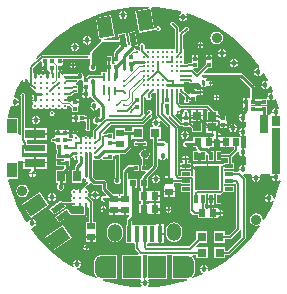
<source format=gtl>
G04 Layer_Physical_Order=1*
G04 Layer_Color=255*
%FSLAX25Y25*%
%MOIN*%
G70*
G01*
G75*
G04:AMPARAMS|DCode=10|XSize=19.69mil|YSize=43.31mil|CornerRadius=0mil|HoleSize=0mil|Usage=FLASHONLY|Rotation=125.000|XOffset=0mil|YOffset=0mil|HoleType=Round|Shape=Rectangle|*
%AMROTATEDRECTD10*
4,1,4,0.02338,0.00436,-0.01209,-0.02048,-0.02338,-0.00436,0.01209,0.02048,0.02338,0.00436,0.0*
%
%ADD10ROTATEDRECTD10*%

G04:AMPARAMS|DCode=11|XSize=47.24mil|YSize=66.93mil|CornerRadius=0mil|HoleSize=0mil|Usage=FLASHONLY|Rotation=125.000|XOffset=0mil|YOffset=0mil|HoleType=Round|Shape=Rectangle|*
%AMROTATEDRECTD11*
4,1,4,0.04096,-0.00016,-0.01386,-0.03855,-0.04096,0.00016,0.01386,0.03855,0.04096,-0.00016,0.0*
%
%ADD11ROTATEDRECTD11*%

%ADD12R,0.01260X0.01260*%
%ADD13R,0.01260X0.01260*%
%ADD14R,0.02520X0.02362*%
%ADD15R,0.02362X0.02520*%
%ADD16R,0.01181X0.01378*%
%ADD17R,0.01378X0.01181*%
%ADD18R,0.03150X0.03150*%
%ADD19R,0.02756X0.05906*%
%ADD20R,0.02756X0.15748*%
%ADD21R,0.02756X0.03543*%
%ADD22C,0.00866*%
G04:AMPARAMS|DCode=23|XSize=9mil|YSize=9mil|CornerRadius=4.5mil|HoleSize=0mil|Usage=FLASHONLY|Rotation=0.000|XOffset=0mil|YOffset=0mil|HoleType=Round|Shape=RoundedRectangle|*
%AMROUNDEDRECTD23*
21,1,0.00900,0.00000,0,0,0.0*
21,1,0.00000,0.00900,0,0,0.0*
1,1,0.00900,0.00000,0.00000*
1,1,0.00900,0.00000,0.00000*
1,1,0.00900,0.00000,0.00000*
1,1,0.00900,0.00000,0.00000*
%
%ADD23ROUNDEDRECTD23*%
%ADD24C,0.01083*%
%ADD25C,0.01043*%
G04:AMPARAMS|DCode=26|XSize=19.69mil|YSize=43.31mil|CornerRadius=0mil|HoleSize=0mil|Usage=FLASHONLY|Rotation=10.000|XOffset=0mil|YOffset=0mil|HoleType=Round|Shape=Rectangle|*
%AMROTATEDRECTD26*
4,1,4,-0.00593,-0.02303,-0.01345,0.01962,0.00593,0.02303,0.01345,-0.01962,-0.00593,-0.02303,0.0*
%
%ADD26ROTATEDRECTD26*%

G04:AMPARAMS|DCode=27|XSize=47.24mil|YSize=66.93mil|CornerRadius=0mil|HoleSize=0mil|Usage=FLASHONLY|Rotation=10.000|XOffset=0mil|YOffset=0mil|HoleType=Round|Shape=Rectangle|*
%AMROTATEDRECTD27*
4,1,4,-0.01745,-0.03706,-0.02907,0.02885,0.01745,0.03706,0.02907,-0.02885,-0.01745,-0.03706,0.0*
%
%ADD27ROTATEDRECTD27*%

%ADD28C,0.00709*%
%ADD29R,0.02795X0.03622*%
%ADD30R,0.02835X0.01181*%
%ADD31R,0.01181X0.02835*%
%ADD32R,0.08268X0.08268*%
%ADD33R,0.02165X0.02362*%
%ADD34R,0.01102X0.02953*%
%ADD35R,0.01102X0.03347*%
%ADD36R,0.07087X0.02362*%
%ADD37R,0.07087X0.02953*%
%ADD38R,0.03543X0.05118*%
%ADD39R,0.04724X0.07480*%
%ADD40R,0.01575X0.05315*%
%ADD41R,0.06299X0.07480*%
%ADD42R,0.02953X0.02559*%
%ADD43C,0.01000*%
%ADD44C,0.00400*%
%ADD45C,0.00300*%
%ADD46C,0.00500*%
%ADD47C,0.00800*%
%ADD48C,0.00700*%
%ADD49C,0.00600*%
%ADD50C,0.01100*%
%ADD51C,0.03598*%
%ADD52O,0.04921X0.05906*%
%ADD53O,0.04823X0.07480*%
%ADD54C,0.01000*%
%ADD55C,0.01300*%
%ADD56C,0.01800*%
%ADD57C,0.02800*%
G36*
X-8377Y33477D02*
X-9996Y31858D01*
X-10172Y31593D01*
X-10235Y31281D01*
X-10235Y31281D01*
Y30289D01*
X-10309D01*
Y28311D01*
X-10048D01*
X-9799Y27811D01*
X-9936Y27630D01*
X-10772Y27630D01*
X-10963Y27811D01*
X-10891Y28311D01*
X-10891D01*
Y30289D01*
X-12672D01*
Y28311D01*
X-12376D01*
Y27630D01*
X-12632D01*
Y25770D01*
X-12376D01*
Y25083D01*
X-12817Y24940D01*
X-13051Y24940D01*
X-14520D01*
Y23995D01*
X-18281D01*
X-18702Y23821D01*
X-19451Y23072D01*
X-19971D01*
X-20289Y23458D01*
X-20281Y23495D01*
X-20374Y23964D01*
X-20640Y24360D01*
X-21036Y24626D01*
X-21505Y24719D01*
X-21973Y24626D01*
X-22370Y24360D01*
X-22452Y24237D01*
X-26241D01*
X-26319Y24289D01*
X-26679Y24361D01*
X-27038Y24289D01*
X-27343Y24086D01*
X-27763Y24358D01*
X-27772Y24367D01*
X-27847Y24556D01*
X-27705Y24900D01*
Y25365D01*
X-27370D01*
Y27225D01*
X-27170Y27370D01*
X-27170D01*
Y28250D01*
X-28300D01*
Y28750D01*
X-27170D01*
Y29429D01*
X-19725D01*
X-19488Y29271D01*
X-19176Y29209D01*
X-18864Y29271D01*
X-18616Y29436D01*
X-18514Y29417D01*
X-18116Y29271D01*
Y27498D01*
X-18165Y27465D01*
X-18430Y27068D01*
X-18523Y26600D01*
X-18430Y26132D01*
X-18165Y25735D01*
X-17768Y25470D01*
X-17300Y25376D01*
X-16832Y25470D01*
X-16435Y25735D01*
X-16170Y26132D01*
X-16077Y26600D01*
X-16170Y27068D01*
X-16435Y27465D01*
X-16484Y27498D01*
Y31062D01*
X-13570Y33977D01*
X-8584D01*
X-8377Y33477D01*
D02*
G37*
G36*
X-34353Y28352D02*
X-34353Y27511D01*
X-34332Y27020D01*
Y26550D01*
X-33202D01*
Y26300D01*
X-32952D01*
Y25170D01*
X-32345D01*
X-32072Y25170D01*
X-31593Y25120D01*
Y24598D01*
X-31588Y24586D01*
X-31992Y24254D01*
X-32186Y24384D01*
X-32334Y24413D01*
Y23421D01*
X-32834D01*
Y24413D01*
X-32983Y24384D01*
X-33321Y24158D01*
X-33328Y24147D01*
X-33888Y24086D01*
X-34193Y24289D01*
X-34553Y24361D01*
X-34912Y24289D01*
X-35217Y24086D01*
X-35778Y24147D01*
X-35785Y24158D01*
X-36123Y24384D01*
X-36271Y24413D01*
Y23421D01*
X-36771D01*
Y24569D01*
X-37105Y24816D01*
Y26253D01*
X-34815Y28543D01*
X-34353Y28352D01*
D02*
G37*
G36*
X-20489Y22129D02*
Y21291D01*
X-20689Y20909D01*
X-20689D01*
Y20069D01*
X-19500D01*
Y19569D01*
X-20689D01*
Y18728D01*
X-20689Y18728D01*
X-20689D01*
X-20748Y18253D01*
X-20819Y18146D01*
X-20878Y17850D01*
X-19500D01*
Y17600D01*
X-19250D01*
Y16222D01*
X-18954Y16281D01*
X-18491Y16591D01*
X-18471Y16620D01*
X-17877Y16623D01*
X-16660Y15406D01*
X-16667Y15326D01*
X-16857Y14896D01*
X-17246Y14819D01*
X-17709Y14509D01*
X-18019Y14046D01*
X-18078Y13750D01*
X-16700D01*
Y13500D01*
X-16450D01*
Y12122D01*
X-16154Y12181D01*
X-15691Y12491D01*
X-15381Y12954D01*
X-14836Y13135D01*
X-14716Y13057D01*
Y10119D01*
X-15129Y9828D01*
X-15432Y10030D01*
X-15900Y10124D01*
X-16368Y10030D01*
X-16765Y9765D01*
X-17030Y9368D01*
X-17123Y8900D01*
X-17030Y8432D01*
X-16765Y8035D01*
X-16368Y7770D01*
X-15900Y7677D01*
X-15741Y7708D01*
X-15495Y7247D01*
X-16871Y5871D01*
X-17046Y5450D01*
Y3652D01*
X-17470Y3452D01*
X-17601Y3468D01*
X-17733Y3556D01*
X-18025Y3614D01*
X-18318Y3556D01*
X-18566Y3390D01*
X-19059D01*
X-19307Y3556D01*
X-19600Y3614D01*
X-19893Y3556D01*
X-20141Y3390D01*
X-20598Y3607D01*
X-20804Y3745D01*
X-20925Y3768D01*
Y2850D01*
X-21425D01*
Y3768D01*
X-21545Y3745D01*
X-21695Y3645D01*
X-21793Y3673D01*
X-22058Y4151D01*
X-22018Y4350D01*
X-24264D01*
X-24224Y4151D01*
X-23970Y3771D01*
X-23932Y3745D01*
X-23838Y3108D01*
X-23972Y2942D01*
X-24002Y2936D01*
X-24207Y3073D01*
X-24519Y3135D01*
X-24831Y3073D01*
X-25193Y3428D01*
X-25237Y3537D01*
X-25211Y3591D01*
X-25211Y3627D01*
Y4431D01*
X-26400D01*
Y4681D01*
X-26650D01*
Y5772D01*
X-27589D01*
X-28089Y5772D01*
X-28550D01*
Y4681D01*
X-28800D01*
Y4431D01*
X-29989D01*
Y3627D01*
X-29989Y3591D01*
X-29983Y3577D01*
X-30154Y3239D01*
X-30319Y3122D01*
X-30381Y3135D01*
X-30693Y3073D01*
X-30958Y2896D01*
X-31135Y2631D01*
X-31197Y2319D01*
X-31135Y2007D01*
X-30958Y1742D01*
X-30693Y1565D01*
X-30381Y1503D01*
X-30289Y1522D01*
X-29789Y1428D01*
D01*
X-29416Y1122D01*
X-29372Y989D01*
X-29372Y928D01*
Y-989D01*
X-29297D01*
Y-2210D01*
X-29389D01*
Y-3991D01*
X-27411D01*
Y-3991D01*
X-26945Y-4073D01*
X-26830Y-4188D01*
Y-4453D01*
X-26922Y-4546D01*
X-27411Y-4572D01*
Y-4572D01*
X-29389D01*
Y-6353D01*
X-27411D01*
Y-6278D01*
X-26830D01*
Y-6313D01*
X-26716D01*
Y-6862D01*
X-27542Y-7689D01*
X-29653D01*
Y-11911D01*
X-28772D01*
Y-12458D01*
X-28821Y-12491D01*
X-29086Y-12888D01*
X-29179Y-13356D01*
X-29086Y-13824D01*
X-28821Y-14221D01*
X-28424Y-14486D01*
X-27956Y-14579D01*
X-27488Y-14486D01*
X-27091Y-14221D01*
X-26825Y-13824D01*
X-26732Y-13356D01*
X-26825Y-12888D01*
X-27091Y-12491D01*
X-27140Y-12458D01*
Y-11911D01*
X-26258D01*
Y-8712D01*
X-25323Y-7777D01*
X-25323Y-7777D01*
X-25146Y-7512D01*
X-25084Y-7200D01*
Y-6313D01*
X-24970D01*
X-24970Y-4281D01*
X-24970Y-3805D01*
X-24807Y-3773D01*
X-24542Y-3596D01*
X-24186Y-3240D01*
X-23816Y-3406D01*
X-23713Y-3474D01*
X-23644Y-3820D01*
X-23435Y-4135D01*
X-23120Y-4344D01*
X-23000Y-4369D01*
Y-3450D01*
X-22500D01*
Y-4369D01*
X-22490Y-4367D01*
X-22202Y-4525D01*
X-22144Y-4784D01*
X-22167Y-5114D01*
X-23021Y-5967D01*
X-23198Y-6232D01*
X-23260Y-6544D01*
X-23260Y-6544D01*
Y-7689D01*
X-24142D01*
Y-11911D01*
X-20746D01*
Y-10594D01*
X-20440Y-10455D01*
X-20246Y-10411D01*
X-19971Y-10595D01*
X-19616Y-10665D01*
X-19587Y-10685D01*
X-19406Y-10918D01*
X-19406Y-10924D01*
X-19427Y-11057D01*
X-19484Y-11195D01*
X-19677Y-11323D01*
X-19854Y-11588D01*
X-19909Y-11867D01*
X-22021Y-13979D01*
X-22079Y-14119D01*
X-22278Y-14252D01*
X-22279Y-14253D01*
X-22880Y-14252D01*
X-22884Y-14246D01*
X-23198Y-14037D01*
X-23568Y-13963D01*
X-23939Y-14037D01*
X-24253Y-14246D01*
X-24463Y-14561D01*
X-24537Y-14931D01*
X-24463Y-15302D01*
X-24254Y-15615D01*
X-24253Y-15616D01*
X-24253Y-16215D01*
X-24254Y-16217D01*
X-24463Y-16529D01*
X-24537Y-16900D01*
X-24463Y-17271D01*
X-24253Y-17585D01*
X-24523Y-18005D01*
X-24735Y-18219D01*
X-27458D01*
X-27720Y-17844D01*
X-31759Y-20672D01*
X-30286Y-22776D01*
X-26247Y-19948D01*
Y-19948D01*
X-26023Y-19518D01*
X-24267D01*
X-24247Y-19547D01*
X-23936Y-19755D01*
X-23568Y-19828D01*
X-23201Y-19755D01*
X-22890Y-19547D01*
X-22353Y-19619D01*
X-22341Y-19626D01*
X-22006Y-19849D01*
X-21850Y-19880D01*
Y-18868D01*
X-21350D01*
Y-19880D01*
X-21194Y-19849D01*
X-20859Y-19626D01*
X-20848Y-19619D01*
X-20727Y-19603D01*
X-20227Y-20033D01*
Y-22285D01*
X-20237Y-22295D01*
X-24604D01*
X-25914Y-20424D01*
X-29953Y-23252D01*
X-28480Y-25356D01*
X-25808Y-23485D01*
X-19990D01*
X-19569Y-23311D01*
X-19210Y-22952D01*
X-19036Y-22531D01*
Y-20038D01*
X-18949Y-19974D01*
X-18449Y-20226D01*
Y-24908D01*
X-19360D01*
Y-27830D01*
X-19360Y-27870D01*
X-19457Y-28330D01*
X-19560D01*
Y-29761D01*
X-16040D01*
Y-28330D01*
X-16143D01*
X-16240Y-27870D01*
X-16240Y-27830D01*
Y-24908D01*
X-17151D01*
Y-18400D01*
X-17341Y-17941D01*
X-18744Y-16538D01*
X-18745Y-16533D01*
X-18953Y-16221D01*
X-18960Y-16216D01*
Y-15615D01*
X-18953Y-15610D01*
X-18745Y-15299D01*
X-18672Y-14931D01*
X-18745Y-14564D01*
X-18953Y-14253D01*
X-19264Y-14045D01*
X-19631Y-13972D01*
X-19867Y-13509D01*
X-19067Y-12709D01*
X-18788Y-12654D01*
X-18523Y-12477D01*
X-18346Y-12212D01*
X-18314Y-12047D01*
X-17906Y-11861D01*
X-17803Y-11850D01*
X-17277Y-12377D01*
X-17277Y-12377D01*
X-17012Y-12554D01*
X-16700Y-12616D01*
X-16700Y-12616D01*
X-14316D01*
Y-14000D01*
X-14316Y-14000D01*
X-14254Y-14312D01*
X-14077Y-14577D01*
X-14044Y-14599D01*
X-12816Y-15826D01*
X-12992Y-16357D01*
X-13284Y-16417D01*
X-13318Y-16394D01*
X-13689Y-16320D01*
X-14060Y-16394D01*
X-14374Y-16604D01*
X-14584Y-16918D01*
X-14658Y-17289D01*
X-14584Y-17660D01*
X-14374Y-17974D01*
X-14060Y-18184D01*
X-13689Y-18258D01*
X-13318Y-18184D01*
X-13200Y-18105D01*
X-11760D01*
Y-18730D01*
X-11760Y-18770D01*
X-11857Y-19230D01*
X-11960D01*
Y-20661D01*
X-10200D01*
Y-20911D01*
X-9950D01*
Y-22592D01*
X-8760D01*
X-8440Y-22592D01*
X-7940Y-22592D01*
X-6750D01*
Y-20911D01*
X-6250D01*
Y-22592D01*
X-5153D01*
X-4946Y-23092D01*
X-5695Y-23841D01*
X-5872Y-24106D01*
X-5934Y-24418D01*
X-5934Y-24418D01*
Y-26017D01*
X-6205D01*
Y-31932D01*
X-4146D01*
X-4031Y-31932D01*
X-3773Y-31932D01*
X-3273Y-32325D01*
Y-33841D01*
X-3218Y-34114D01*
X-3064Y-34346D01*
X-1949Y-35460D01*
X-2157Y-35960D01*
X-7583D01*
Y-44040D01*
X-1510D01*
X-1243Y-44540D01*
X-1319Y-44654D01*
X-1378Y-44950D01*
X-250D01*
Y-43758D01*
X-684Y-43418D01*
Y-36014D01*
X684D01*
Y-43418D01*
X250Y-43758D01*
Y-44950D01*
X1378D01*
X1319Y-44654D01*
X1243Y-44540D01*
X1510Y-44040D01*
X7583D01*
Y-36014D01*
X9149D01*
Y-44040D01*
X14010D01*
X14014Y-44545D01*
X12098Y-45149D01*
X8117Y-46032D01*
X4074Y-46564D01*
X1190Y-46690D01*
X1033Y-46271D01*
X1018Y-46197D01*
X1319Y-45746D01*
X1378Y-45450D01*
X-1378D01*
X-1319Y-45746D01*
X-1018Y-46197D01*
X-1033Y-46271D01*
X-1190Y-46690D01*
X-4074Y-46564D01*
X-8117Y-46032D01*
X-12098Y-45149D01*
X-14009Y-44546D01*
X-13996Y-44040D01*
X-9149D01*
Y-35960D01*
X-13973D01*
X-13995Y-35960D01*
X-14173Y-35936D01*
X-14473Y-35960D01*
Y-35976D01*
X-14881Y-36030D01*
X-15541Y-36303D01*
X-16107Y-36737D01*
X-16542Y-37304D01*
X-16815Y-37963D01*
X-16908Y-38671D01*
Y-41329D01*
X-16815Y-42037D01*
X-16542Y-42696D01*
X-16107Y-43262D01*
X-15911Y-43413D01*
X-16163Y-43850D01*
X-19754Y-42362D01*
X-22797Y-40778D01*
X-22630Y-40302D01*
X-22500Y-40327D01*
X-21954Y-40219D01*
X-21491Y-39909D01*
X-21181Y-39446D01*
X-21122Y-39150D01*
X-23878D01*
X-23819Y-39446D01*
X-23638Y-39716D01*
X-23996Y-40082D01*
X-26810Y-38289D01*
X-30045Y-35806D01*
X-33051Y-33051D01*
X-35806Y-30045D01*
X-37845Y-27389D01*
X-37600Y-26927D01*
X-37054Y-26819D01*
X-36591Y-26509D01*
X-36281Y-26046D01*
X-36222Y-25750D01*
X-37600D01*
Y-25500D01*
X-37850D01*
Y-24122D01*
X-38146Y-24181D01*
X-38609Y-24491D01*
X-38898Y-24923D01*
X-39087Y-24970D01*
X-39439Y-25005D01*
X-40479Y-23371D01*
X-42362Y-19754D01*
X-43923Y-15987D01*
X-45149Y-12098D01*
X-45407Y-10932D01*
X-45094Y-10543D01*
X-42062D01*
Y-5162D01*
X-42062Y-4824D01*
X-41630Y-4662D01*
X-41181D01*
X-41000Y-4587D01*
X-40500Y-4769D01*
Y-4973D01*
X-36707D01*
Y-3246D01*
X-40356D01*
X-40500Y-3246D01*
X-40856Y-2900D01*
Y522D01*
X-40356Y788D01*
X-40300Y750D01*
Y-281D01*
X-40349Y-400D01*
X-40300Y-519D01*
Y-1881D01*
X-32613D01*
Y1081D01*
X-39105D01*
Y1400D01*
X-39279Y1821D01*
X-39443Y1984D01*
X-39251Y2446D01*
X-36707D01*
Y4423D01*
Y6399D01*
X-39670D01*
X-39818Y6634D01*
X-39926Y6899D01*
X-39886Y7100D01*
Y16828D01*
X-39846Y16888D01*
X-39784Y17200D01*
X-39846Y17512D01*
X-40023Y17777D01*
X-40288Y17954D01*
X-40600Y18016D01*
X-40912Y17954D01*
X-41177Y17777D01*
X-41354Y17512D01*
X-41416Y17200D01*
X-41354Y16888D01*
X-41314Y16828D01*
Y7100D01*
X-41259Y6827D01*
X-41195Y6731D01*
Y4088D01*
X-41604Y3923D01*
X-42062Y4174D01*
Y9742D01*
X-45272D01*
X-45585Y10132D01*
X-45149Y12098D01*
X-44652Y13673D01*
X-44077Y13835D01*
X-43846Y13681D01*
X-43550Y13622D01*
Y15000D01*
X-43300D01*
Y15250D01*
X-41922D01*
X-41981Y15546D01*
X-42291Y16009D01*
X-42754Y16319D01*
X-43207Y16409D01*
X-43567Y16845D01*
X-42362Y19754D01*
X-41003Y22365D01*
X-40699Y22324D01*
X-40507Y22236D01*
X-40442Y21910D01*
X-40221Y21579D01*
X-39890Y21358D01*
X-39750Y21330D01*
Y22300D01*
X-39250D01*
Y21330D01*
X-39110Y21358D01*
X-38795Y21568D01*
X-38697Y21549D01*
X-38295Y21403D01*
Y20600D01*
X-38121Y20179D01*
X-37455Y19513D01*
X-37461Y19484D01*
X-37389Y19125D01*
X-37186Y18820D01*
X-37247Y18259D01*
X-37258Y18252D01*
X-37484Y17914D01*
X-37513Y17766D01*
X-36521D01*
Y17266D01*
X-37513D01*
X-37484Y17117D01*
X-37258Y16779D01*
Y16284D01*
X-37484Y15946D01*
X-37513Y15797D01*
X-36521D01*
Y15297D01*
X-37513D01*
X-37484Y15149D01*
X-37258Y14811D01*
X-37247Y14804D01*
X-37186Y14243D01*
X-37389Y13938D01*
X-37461Y13579D01*
X-37389Y13219D01*
X-37186Y12914D01*
X-36881Y12711D01*
X-36521Y12639D01*
X-36162Y12711D01*
X-35857Y12914D01*
X-35837Y12944D01*
X-35237D01*
X-35217Y12914D01*
X-34912Y12711D01*
X-34553Y12639D01*
X-34193Y12711D01*
X-33888Y12914D01*
X-33869Y12944D01*
X-33268D01*
X-33249Y12914D01*
X-32944Y12711D01*
X-32584Y12639D01*
X-32225Y12711D01*
X-31920Y12914D01*
X-31900Y12944D01*
X-31300D01*
X-31280Y12914D01*
X-30975Y12711D01*
X-30616Y12639D01*
X-30256Y12711D01*
X-29951Y12914D01*
X-29932Y12944D01*
X-29331D01*
X-29312Y12914D01*
X-29007Y12711D01*
X-28647Y12639D01*
X-28288Y12711D01*
X-27983Y12914D01*
X-27963Y12944D01*
X-27363D01*
X-27343Y12914D01*
X-27038Y12711D01*
X-26679Y12639D01*
X-26319Y12711D01*
X-26014Y12914D01*
X-25811Y13219D01*
X-25739Y13579D01*
X-25601Y13745D01*
X-24944Y13774D01*
X-24089Y12919D01*
Y11728D01*
X-22111D01*
Y13473D01*
X-21911Y13891D01*
X-21911Y13891D01*
X-21911Y13891D01*
Y14731D01*
X-23100D01*
Y14981D01*
X-23350D01*
Y16072D01*
X-24289D01*
Y15150D01*
X-24789Y14937D01*
X-25031Y15037D01*
X-25235D01*
X-25445Y15297D01*
X-26679D01*
Y15797D01*
X-25687D01*
X-25716Y15946D01*
X-25942Y16284D01*
X-25708Y16713D01*
X-25525Y16920D01*
X-24784D01*
X-24363Y17095D01*
X-23392Y18066D01*
X-23212Y17946D01*
X-22900Y17884D01*
X-22588Y17946D01*
X-22323Y18123D01*
X-22146Y18388D01*
X-22084Y18700D01*
X-22146Y19012D01*
X-22292Y19350D01*
X-22146Y19688D01*
X-22084Y20000D01*
X-22146Y20312D01*
X-22323Y20577D01*
X-22588Y20754D01*
X-22900Y20816D01*
X-22944Y21295D01*
X-22688Y21346D01*
X-22423Y21523D01*
X-22246Y21788D01*
X-22216Y21942D01*
X-22104Y22137D01*
X-21717Y22314D01*
X-21505Y22272D01*
X-21036Y22365D01*
X-20989Y22397D01*
X-20489Y22129D01*
D02*
G37*
G36*
X1529Y46675D02*
X1686Y46240D01*
D01*
X1686Y46240D01*
X1686D01*
X1691Y46167D01*
X1670Y46164D01*
X-3121Y45319D01*
X-1854Y38137D01*
X3343Y39053D01*
X3343Y39053D01*
X3381Y39060D01*
X3406Y39062D01*
X3863Y39064D01*
X4023Y38823D01*
X4288Y38646D01*
X4600Y38584D01*
X4912Y38646D01*
X5177Y38823D01*
X5354Y39088D01*
X5416Y39400D01*
X5354Y39712D01*
X5177Y39977D01*
X4912Y40154D01*
X4600Y40216D01*
X4288Y40154D01*
X4023Y39977D01*
X3846Y39712D01*
X3817Y39563D01*
X3812Y39541D01*
X3324Y39546D01*
D01*
X3324D01*
D01*
X3304Y39546D01*
X3303Y39551D01*
X2151Y46085D01*
X2151Y46085D01*
X2187Y46231D01*
Y46231D01*
X2420Y46636D01*
X4074Y46564D01*
X8117Y46032D01*
X12098Y45149D01*
X12159Y45130D01*
X12154Y44677D01*
X12142Y44611D01*
X11691Y44309D01*
X11381Y43846D01*
X11322Y43550D01*
X14078D01*
X14019Y43846D01*
X13872Y44065D01*
X14191Y44489D01*
X15987Y43923D01*
X19754Y42362D01*
X23371Y40479D01*
X26810Y38289D01*
X30045Y35806D01*
X33051Y33051D01*
X35806Y30045D01*
X38289Y26810D01*
X38325Y26753D01*
X38150Y26497D01*
Y24900D01*
Y23522D01*
X38446Y23581D01*
X38909Y23891D01*
X39219Y24354D01*
X39229Y24404D01*
X39758Y24503D01*
X40479Y23371D01*
X40999Y22372D01*
X40652Y21958D01*
X40550Y21978D01*
Y20600D01*
Y19222D01*
X40846Y19281D01*
X41309Y19591D01*
X41619Y20054D01*
X41625Y20087D01*
X42150Y20162D01*
X42362Y19754D01*
X42827Y18632D01*
X42550Y18295D01*
Y16800D01*
Y15422D01*
X42846Y15481D01*
X43309Y15791D01*
X43404Y15933D01*
X43658Y15959D01*
X43961Y15866D01*
X44835Y13093D01*
X44411Y12776D01*
X44346Y12819D01*
X44050Y12878D01*
Y11500D01*
X43800D01*
Y11250D01*
X42261D01*
X41951Y11000D01*
X41528Y10800D01*
X40767D01*
Y11747D01*
X40889D01*
Y13528D01*
X38911D01*
Y13486D01*
X36932D01*
Y13549D01*
X35659D01*
X35519Y13819D01*
X35659Y14089D01*
X36932D01*
Y14152D01*
X38911D01*
Y14109D01*
X40889D01*
Y15504D01*
X41036Y15609D01*
X41389Y15725D01*
X41754Y15481D01*
X42050Y15422D01*
Y16550D01*
X40922D01*
X40960Y16361D01*
X40745Y16015D01*
X40623Y15890D01*
X38911D01*
Y15886D01*
X36932D01*
Y15949D01*
X36869D01*
Y19998D01*
X36803Y20329D01*
X36615Y20610D01*
X32913Y24313D01*
X32632Y24501D01*
X32300Y24567D01*
X20423D01*
Y24645D01*
X20009D01*
X19817Y25107D01*
X21178Y26468D01*
X22430D01*
Y28055D01*
X22630Y28472D01*
X22630Y28745D01*
Y29352D01*
X21500D01*
X20370D01*
Y28472D01*
X20570Y28055D01*
Y27544D01*
X17672Y24645D01*
X17466Y24645D01*
X16389Y25721D01*
X16277Y25768D01*
X16376Y26268D01*
X17730D01*
Y27855D01*
X17930Y28272D01*
X17930Y28545D01*
Y29152D01*
X16800D01*
X15670D01*
Y28272D01*
X15490Y27847D01*
X14598D01*
X14168Y27669D01*
X13963Y27628D01*
X13807Y27524D01*
X13087D01*
Y32682D01*
X12949D01*
Y37362D01*
X14142Y38555D01*
X14326Y38591D01*
X14590Y38768D01*
X14767Y39033D01*
X14829Y39345D01*
X14767Y39657D01*
X14590Y39922D01*
X14326Y40099D01*
X14014Y40161D01*
X13701Y40099D01*
X13437Y39922D01*
X13260Y39657D01*
X13223Y39473D01*
X11938Y38188D01*
X11483Y38313D01*
X11438Y38341D01*
Y39646D01*
X11384Y39919D01*
X11229Y40150D01*
X10083Y41297D01*
X10069Y41367D01*
X9892Y41632D01*
X9627Y41809D01*
X9315Y41871D01*
X9003Y41809D01*
X8738Y41632D01*
X8562Y41367D01*
X8499Y41055D01*
X8562Y40743D01*
X8738Y40478D01*
X9003Y40301D01*
X9073Y40288D01*
X10011Y39350D01*
Y32682D01*
X277D01*
X277Y32682D01*
X55Y33182D01*
X154Y33329D01*
X228Y33700D01*
X154Y34071D01*
X-56Y34385D01*
X-370Y34595D01*
X-741Y34669D01*
X-1112Y34595D01*
X-1426Y34385D01*
X-1636Y34071D01*
X-1710Y33700D01*
X-1636Y33329D01*
X-1426Y33015D01*
X-1390Y32991D01*
Y32278D01*
X-1890Y32127D01*
X-1923Y32176D01*
X-2188Y32353D01*
X-2500Y32415D01*
X-2812Y32353D01*
X-2951Y32405D01*
X-3196Y32939D01*
X-3133Y33251D01*
Y33514D01*
X-2256Y33669D01*
X-3112Y38524D01*
X-5642Y38078D01*
X-4918Y33974D01*
X-4989Y33911D01*
X-5531Y34102D01*
X-6214Y37977D01*
X-8744Y37531D01*
X-8472Y35991D01*
X-8794Y35608D01*
X-13317D01*
X-13361Y36108D01*
X-9793Y36737D01*
X-11060Y43919D01*
X-16303Y42995D01*
X-15037Y35813D01*
X-14607Y35888D01*
X-14417Y35414D01*
X-14484Y35369D01*
X-14484Y35369D01*
X-17877Y31977D01*
X-18054Y31712D01*
X-18116Y31400D01*
X-18116Y31400D01*
Y30778D01*
X-18514Y30632D01*
X-18616Y30612D01*
X-18864Y30778D01*
X-19176Y30840D01*
X-19488Y30778D01*
X-19725Y30620D01*
X-34176D01*
X-34597Y30445D01*
X-35767Y29275D01*
X-36143Y29606D01*
X-35806Y30045D01*
X-33051Y33051D01*
X-30045Y35806D01*
X-26810Y38289D01*
X-23371Y40479D01*
X-19754Y42362D01*
X-15987Y43923D01*
X-12098Y45149D01*
X-8117Y46032D01*
X-4074Y46564D01*
X0Y46742D01*
X1529Y46675D01*
D02*
G37*
G36*
X35136Y19639D02*
Y16563D01*
X34928Y16149D01*
X34655Y16149D01*
X34048D01*
Y15019D01*
X33798D01*
Y14769D01*
X32668D01*
Y14249D01*
X32668Y13889D01*
X32668Y13389D01*
Y12869D01*
X33798D01*
Y12369D01*
X32668D01*
Y11711D01*
X32668Y11489D01*
X32322Y11132D01*
X32254Y11119D01*
X31791Y10809D01*
X31481Y10346D01*
X31422Y10050D01*
X32800D01*
Y9800D01*
X33050D01*
Y8422D01*
X33289Y8470D01*
X33450Y8428D01*
X33789Y8247D01*
Y6653D01*
X33450Y6472D01*
X33289Y6430D01*
X33050Y6478D01*
Y5100D01*
Y3722D01*
X33289Y3770D01*
X33450Y3728D01*
X33789Y3547D01*
Y-147D01*
X33450Y-328D01*
X33289Y-370D01*
X33050Y-322D01*
Y-1700D01*
Y-3078D01*
X33289Y-3030D01*
X33450Y-3072D01*
X33789Y-3253D01*
Y-5947D01*
X33450Y-6128D01*
X33289Y-6170D01*
X33050Y-6122D01*
Y-7500D01*
X32800D01*
Y-7750D01*
X31409D01*
X31406Y-7768D01*
X31033Y-8207D01*
X29802D01*
Y-8030D01*
X26448D01*
Y-7252D01*
X29802D01*
Y-5471D01*
X29199D01*
Y-3311D01*
X30886Y-1623D01*
X31055Y-1650D01*
X31396Y-1820D01*
X31481Y-2246D01*
X31791Y-2709D01*
X32254Y-3019D01*
X32550Y-3078D01*
Y-1700D01*
Y-322D01*
X32308Y-371D01*
X32092Y66D01*
Y3160D01*
X29170D01*
X29130Y3160D01*
X28670Y3257D01*
Y3360D01*
X27239D01*
Y1600D01*
Y-160D01*
X28670D01*
Y-57D01*
X29130Y40D01*
X29170Y40D01*
X29897D01*
Y-593D01*
X28189Y-2301D01*
X25629D01*
Y-1298D01*
X23848D01*
Y-4732D01*
X25629D01*
Y-3729D01*
X27771D01*
Y-5471D01*
X26368D01*
Y-5471D01*
X25999Y-5592D01*
X25534Y-5566D01*
Y-5566D01*
X25534Y-5566D01*
X21150D01*
Y-10200D01*
X20650D01*
Y-5566D01*
X16266D01*
Y-9471D01*
X15834Y-9712D01*
X15432Y-9479D01*
Y-8030D01*
X11998D01*
Y-9640D01*
X11458D01*
X11049Y-9231D01*
Y6300D01*
X10859Y6759D01*
X7990Y9628D01*
X8078Y10095D01*
X8136Y10189D01*
X8157Y10203D01*
X8715Y10131D01*
X8789Y10069D01*
X11781Y7077D01*
X12202Y6902D01*
X12770D01*
Y6568D01*
X14630D01*
Y6568D01*
X15130Y6728D01*
X15701Y6157D01*
Y4893D01*
X19254D01*
Y8052D01*
X15701D01*
X15701Y8052D01*
Y8052D01*
X15216Y8087D01*
X15202Y8093D01*
X14879D01*
X14830Y8572D01*
X14830Y8845D01*
Y9452D01*
X13700D01*
X12570D01*
X12570Y8679D01*
X12141Y8401D01*
X10007Y10535D01*
X10033Y10642D01*
X10604Y10862D01*
X10610Y10858D01*
X10750Y10830D01*
Y11800D01*
X11000D01*
Y12050D01*
X11970D01*
X11942Y12190D01*
X11866Y12305D01*
X12128Y12805D01*
X20653D01*
X21010Y12449D01*
X20819Y11989D01*
X20819D01*
Y8830D01*
X24372D01*
Y9033D01*
X24514Y9092D01*
X25068Y8805D01*
X25184Y8456D01*
X25170Y8428D01*
X25170Y8155D01*
Y7548D01*
X27430D01*
Y8428D01*
X27230Y8845D01*
Y10432D01*
X25370D01*
X25370Y10432D01*
Y10432D01*
X25011Y10731D01*
X24912Y10830D01*
X24491Y11005D01*
X24372D01*
Y11989D01*
X23073D01*
X23017Y12125D01*
X21321Y13821D01*
X20900Y13995D01*
X12047D01*
X11320Y14722D01*
Y18016D01*
X12165D01*
X13401Y16781D01*
Y15818D01*
X13296Y15662D01*
X13234Y15350D01*
X13296Y15038D01*
X13473Y14773D01*
X13738Y14596D01*
X14050Y14534D01*
X14362Y14596D01*
X14627Y14773D01*
X14804Y15038D01*
X14870Y15173D01*
X15370Y15165D01*
Y15165D01*
X17230D01*
Y16753D01*
X17430Y17170D01*
Y17351D01*
X17697Y17487D01*
X17930Y17545D01*
X18210Y17358D01*
X18350Y17330D01*
Y18300D01*
Y19270D01*
X18210Y19242D01*
X17930Y19055D01*
X17697Y19113D01*
X17430Y19249D01*
Y19430D01*
X16550D01*
Y18300D01*
X16300D01*
Y18050D01*
X15170D01*
Y17890D01*
X14695Y17495D01*
X14509Y17509D01*
X13087Y18932D01*
Y20216D01*
X13104Y20242D01*
X13170Y20576D01*
X13104Y20909D01*
X13087Y20935D01*
Y21488D01*
X14714D01*
Y21220D01*
X18254Y21220D01*
X18680Y20800D01*
X18758Y20410D01*
X18979Y20079D01*
X19310Y19858D01*
X19450Y19830D01*
Y20800D01*
X19950D01*
Y19830D01*
X20090Y19858D01*
X20421Y20079D01*
X20642Y20410D01*
X20653Y20466D01*
X21179Y20579D01*
X21510Y20358D01*
X21650Y20330D01*
Y21300D01*
Y22270D01*
X21510Y22242D01*
X21179Y22021D01*
X21172Y22011D01*
X20541Y21964D01*
X20472Y22041D01*
X20488Y22125D01*
X20447Y22333D01*
X20725Y22833D01*
X31941D01*
X35136Y19639D01*
D02*
G37*
G36*
X3751Y10800D02*
X3941Y10341D01*
X4428Y9854D01*
X4423Y9842D01*
X4133Y9441D01*
X3950Y9478D01*
Y8350D01*
X5078D01*
X5041Y8533D01*
X5442Y8823D01*
X5454Y8828D01*
X7650Y6631D01*
Y1520D01*
X7414Y1443D01*
X7151Y1437D01*
X6985Y1685D01*
X6671Y1895D01*
X6300Y1969D01*
X5929Y1895D01*
X5811Y1816D01*
X4368D01*
Y2725D01*
X5428D01*
Y6475D01*
X4688D01*
X4536Y6975D01*
X4709Y7091D01*
X5019Y7554D01*
X5078Y7850D01*
X2322D01*
X2381Y7554D01*
X2691Y7091D01*
X2864Y6975D01*
X2712Y6475D01*
X1678D01*
Y2725D01*
X2737D01*
Y1000D01*
Y-6109D01*
X1053Y-7794D01*
X553Y-7587D01*
X553Y-7538D01*
X553D01*
X553Y-7514D01*
Y-5911D01*
X258D01*
Y-4182D01*
X663Y-4101D01*
X1226Y-3726D01*
X1601Y-3163D01*
X1733Y-2500D01*
X1601Y-1837D01*
X1226Y-1274D01*
X663Y-899D01*
X0Y-767D01*
X-663Y-899D01*
X-1226Y-1274D01*
X-1601Y-1837D01*
X-1733Y-2500D01*
X-1601Y-3163D01*
X-1226Y-3726D01*
X-933Y-3921D01*
Y-5911D01*
X-1228D01*
Y-7889D01*
X178Y-7889D01*
X202D01*
X202D01*
X250Y-7889D01*
X458Y-8389D01*
X-807Y-9653D01*
X-984Y-9918D01*
X-1046Y-10230D01*
X-1341Y-10619D01*
X-1613D01*
Y-13581D01*
X-1046D01*
Y-14840D01*
X-1792D01*
Y-17960D01*
X-1046D01*
Y-19040D01*
X-1792D01*
Y-22160D01*
X1130D01*
X1170Y-22160D01*
X1630Y-22257D01*
Y-22360D01*
X3061D01*
Y-20600D01*
Y-18840D01*
X1630D01*
Y-18943D01*
X1170Y-19040D01*
X1130Y-19040D01*
X586D01*
Y-17960D01*
X1130D01*
X1170Y-17960D01*
X1630Y-18057D01*
Y-18160D01*
X3061D01*
Y-16400D01*
Y-14640D01*
X1630D01*
Y-14743D01*
X1170Y-14840D01*
X1130Y-14840D01*
X586D01*
Y-13581D01*
X1153D01*
Y-10619D01*
X1153D01*
X1035Y-10119D01*
X4129Y-7024D01*
X4129Y-7024D01*
X4306Y-6759D01*
X4368Y-6447D01*
X4368Y-6447D01*
Y-3978D01*
X4868Y-3826D01*
X4991Y-4009D01*
X5454Y-4319D01*
X5750Y-4378D01*
Y-3000D01*
X6250D01*
Y-4378D01*
X6546Y-4319D01*
X7009Y-4009D01*
X7151Y-3798D01*
X7650Y-3950D01*
Y-9808D01*
X6740D01*
Y-12730D01*
X6740Y-12770D01*
X6643Y-13230D01*
X6540D01*
Y-14661D01*
X8300D01*
X10060D01*
Y-13230D01*
X9957D01*
X9860Y-12770D01*
X9860Y-12730D01*
Y-12129D01*
X11998D01*
Y-12370D01*
X15083D01*
Y-13148D01*
X11998D01*
Y-14929D01*
X15083D01*
Y-21132D01*
X15273Y-21591D01*
X16241Y-22559D01*
X16700Y-22749D01*
X17808D01*
Y-23660D01*
X20730D01*
X20770Y-23660D01*
X21230Y-23757D01*
Y-23860D01*
X22661D01*
Y-22100D01*
Y-20340D01*
X21230D01*
Y-20443D01*
X20770Y-20540D01*
X20770D01*
X20270Y-20444D01*
Y-19102D01*
X20511D01*
Y-15748D01*
X21089D01*
Y-17135D01*
X22179D01*
X23270D01*
Y-15748D01*
X23848D01*
Y-19102D01*
X25629D01*
Y-15672D01*
X25828Y-15539D01*
X26239Y-15128D01*
X26372Y-14929D01*
X29802D01*
Y-13148D01*
X26448D01*
Y-12370D01*
X29802D01*
Y-12370D01*
X30290Y-12399D01*
X30386Y-12496D01*
Y-27204D01*
X28304Y-29286D01*
X26828D01*
Y-28125D01*
X23078D01*
Y-31875D01*
X26828D01*
Y-30714D01*
X28600D01*
X28873Y-30659D01*
X29105Y-30505D01*
X31605Y-28005D01*
X31759Y-27773D01*
X31786Y-27638D01*
X32286Y-27687D01*
Y-30004D01*
X27704Y-34586D01*
X26928D01*
Y-33425D01*
X23178D01*
Y-37175D01*
X26928D01*
Y-36014D01*
X28000D01*
X28273Y-35959D01*
X28505Y-35805D01*
X33505Y-30805D01*
X33659Y-30573D01*
X33714Y-30300D01*
Y-10600D01*
X33659Y-10327D01*
X33505Y-10095D01*
X32810Y-9400D01*
X32978Y-8954D01*
X33354Y-8897D01*
X33789Y-9185D01*
Y-9185D01*
X35493D01*
X35774Y-9643D01*
X35775Y-9685D01*
X35722Y-9950D01*
X38478D01*
X38425Y-9685D01*
X38425Y-9643D01*
X38707Y-9185D01*
X41951Y-9185D01*
Y-9685D01*
X42061D01*
X42197Y-9850D01*
X43800D01*
Y-10100D01*
X44050D01*
Y-11478D01*
X44346Y-11419D01*
X44809Y-11109D01*
X44879Y-11005D01*
X45347Y-11205D01*
X45149Y-12098D01*
X43923Y-15987D01*
X43376Y-17306D01*
X42896Y-17160D01*
X42927Y-17000D01*
X42819Y-16454D01*
X42509Y-15991D01*
X42046Y-15681D01*
X41750Y-15622D01*
Y-17000D01*
Y-18378D01*
X42046Y-18319D01*
X42509Y-18009D01*
X42600Y-17874D01*
X43043Y-18111D01*
X42362Y-19754D01*
X40479Y-23371D01*
X39804Y-24431D01*
X39332Y-24241D01*
X39340Y-24200D01*
X39177Y-23381D01*
X38713Y-22686D01*
X38019Y-22223D01*
X37200Y-22060D01*
X36381Y-22223D01*
X35686Y-22686D01*
X35223Y-23381D01*
X35060Y-24200D01*
X35223Y-25019D01*
X35686Y-25714D01*
X36381Y-26177D01*
X37200Y-26340D01*
X38019Y-26177D01*
X38158Y-26085D01*
X38523Y-26442D01*
X38289Y-26810D01*
X35806Y-30045D01*
X33051Y-33051D01*
X30045Y-35806D01*
X26810Y-38289D01*
X23371Y-40479D01*
X21523Y-41442D01*
X21279Y-41263D01*
X21132Y-41082D01*
X21178Y-40850D01*
X18422D01*
X18481Y-41146D01*
X18791Y-41609D01*
X19254Y-41919D01*
X19433Y-41954D01*
X19484Y-42474D01*
X16158Y-43852D01*
X15905Y-43415D01*
X16107Y-43261D01*
X16542Y-42694D01*
X16815Y-42035D01*
X16908Y-41327D01*
Y-38669D01*
X16815Y-37962D01*
X16542Y-37302D01*
X16107Y-36735D01*
X15818Y-36514D01*
X15988Y-36014D01*
X17272D01*
Y-37175D01*
X21022D01*
Y-33425D01*
X17338D01*
X17032Y-33025D01*
X18182Y-31875D01*
X20922D01*
Y-28125D01*
X17172D01*
Y-30865D01*
X14852Y-33186D01*
X796D01*
X714Y-33104D01*
Y-32285D01*
X1067Y-31932D01*
X1472D01*
X1587Y-31932D01*
X3414D01*
X3831Y-32132D01*
X4064Y-32132D01*
X4868D01*
Y-28974D01*
Y-25817D01*
X3831D01*
X3414Y-26017D01*
X1587D01*
X1472Y-26017D01*
X1087D01*
X972Y-26017D01*
X-1087D01*
Y-26017D01*
X-1472D01*
Y-26017D01*
X-3531D01*
X-3647Y-26017D01*
X-3949Y-26017D01*
X-4302Y-25663D01*
Y-24756D01*
X-3393Y-23847D01*
X-3216Y-23582D01*
X-3154Y-23270D01*
X-3154Y-23270D01*
Y-13581D01*
X-2587D01*
Y-10619D01*
X-5184D01*
X-5353Y-10619D01*
X-5684Y-10256D01*
Y-8538D01*
X-4862Y-7716D01*
X-3591D01*
Y-7889D01*
X-1809D01*
Y-5911D01*
X-3591D01*
Y-6084D01*
X-5200D01*
X-5200Y-6084D01*
X-5512Y-6146D01*
X-5777Y-6323D01*
X-7077Y-7623D01*
X-7254Y-7888D01*
X-7316Y-8200D01*
X-7316Y-8200D01*
Y-15808D01*
X-8060D01*
Y-16473D01*
X-8640D01*
Y-15808D01*
X-10527D01*
X-12684Y-13651D01*
Y-11900D01*
X-12746Y-11588D01*
X-12923Y-11323D01*
X-12923Y-11323D01*
X-13023Y-11223D01*
X-13288Y-11046D01*
X-13600Y-10984D01*
X-13600Y-10984D01*
X-16362D01*
X-17210Y-10137D01*
Y-4506D01*
X-16811Y-4236D01*
X-16710Y-4214D01*
X-16450Y-4265D01*
X-15525D01*
X-15525Y-4265D01*
X-15213Y-4203D01*
X-14948Y-4026D01*
X-14775Y-3853D01*
X-14559Y-3878D01*
X-14203Y-3988D01*
X-14077Y-4177D01*
X-13812Y-4354D01*
X-13500Y-4416D01*
X-13188Y-4354D01*
X-12951Y-4195D01*
X-12372D01*
Y-4489D01*
X-10591D01*
Y-2954D01*
X-10300Y-2787D01*
X-10009Y-2954D01*
Y-4489D01*
X-9916D01*
Y-10202D01*
X-9965Y-10235D01*
X-10230Y-10632D01*
X-10323Y-11100D01*
X-10230Y-11568D01*
X-9965Y-11965D01*
X-9568Y-12230D01*
X-9100Y-12324D01*
X-8632Y-12230D01*
X-8235Y-11965D01*
X-7970Y-11568D01*
X-7876Y-11100D01*
X-7970Y-10632D01*
X-8235Y-10235D01*
X-8284Y-10202D01*
Y-4489D01*
X-8228D01*
X-8228Y-2511D01*
X-7809Y-2316D01*
X-6700D01*
X-6700Y-2316D01*
X-6388Y-2254D01*
X-6123Y-2077D01*
X-4644Y-598D01*
X-4644Y-598D01*
X-4467Y-333D01*
X-4405Y-21D01*
Y2299D01*
X-4228Y2725D01*
X-478D01*
Y6475D01*
X-4228D01*
Y5416D01*
X-6640D01*
Y6192D01*
X-9760D01*
Y3230D01*
X-9760D01*
X-9852Y2793D01*
X-9904Y2770D01*
X-9960D01*
Y2770D01*
X-10458Y2773D01*
X-10611Y2937D01*
Y4672D01*
X-12589D01*
Y4431D01*
X-13419D01*
X-13592Y4359D01*
X-13875Y4783D01*
X-11353Y7305D01*
X-600D01*
X-179Y7479D01*
X1733Y9391D01*
X2012Y9446D01*
X2277Y9623D01*
X2454Y9888D01*
X2516Y10200D01*
X2454Y10512D01*
X2277Y10777D01*
X2177Y10844D01*
Y11023D01*
X2354Y11288D01*
X2416Y11600D01*
X2354Y11912D01*
X2177Y12177D01*
X1912Y12354D01*
X1600Y12416D01*
X1288Y12354D01*
X1023Y12177D01*
X846Y11912D01*
X791Y11633D01*
X295Y11137D01*
X-205Y11344D01*
Y16387D01*
X-63Y16473D01*
X464Y16208D01*
X483Y16110D01*
X693Y15796D01*
X1007Y15586D01*
X1378Y15513D01*
X1749Y15586D01*
X2063Y15796D01*
X2273Y16110D01*
X2347Y16481D01*
X2273Y16852D01*
X2063Y17166D01*
X2300Y17609D01*
X2708Y18016D01*
X3751D01*
Y10800D01*
D02*
G37*
%LPC*%
G36*
X-23550Y28270D02*
Y27550D01*
X-22830D01*
X-22858Y27690D01*
X-23079Y28021D01*
X-23410Y28242D01*
X-23550Y28270D01*
D02*
G37*
G36*
X-24050D02*
X-24190Y28242D01*
X-24521Y28021D01*
X-24742Y27690D01*
X-24770Y27550D01*
X-24050D01*
Y28270D01*
D02*
G37*
G36*
X-22830Y27050D02*
X-23550D01*
Y26330D01*
X-23410Y26358D01*
X-23079Y26579D01*
X-22858Y26910D01*
X-22830Y27050D01*
D02*
G37*
G36*
X-24050D02*
X-24770D01*
X-24742Y26910D01*
X-24521Y26579D01*
X-24190Y26358D01*
X-24050Y26330D01*
Y27050D01*
D02*
G37*
G36*
X-33452Y26050D02*
X-34332D01*
Y25170D01*
X-33452D01*
Y26050D01*
D02*
G37*
G36*
X-19750Y17350D02*
X-20878D01*
X-20819Y17054D01*
X-20509Y16591D01*
X-20046Y16281D01*
X-19750Y16222D01*
Y17350D01*
D02*
G37*
G36*
X-21911Y16072D02*
X-22850D01*
Y15231D01*
X-21911D01*
Y16072D01*
D02*
G37*
G36*
X-41922Y14750D02*
X-43050D01*
Y13622D01*
X-42754Y13681D01*
X-42291Y13991D01*
X-41981Y14454D01*
X-41922Y14750D01*
D02*
G37*
G36*
X-16950Y13250D02*
X-18078D01*
X-18019Y12954D01*
X-17709Y12491D01*
X-17246Y12181D01*
X-16950Y12122D01*
Y13250D01*
D02*
G37*
G36*
X-30800Y12016D02*
X-31112Y11954D01*
X-31377Y11777D01*
X-31554Y11512D01*
X-31616Y11200D01*
X-31554Y10888D01*
X-31377Y10623D01*
X-31112Y10446D01*
X-30800Y10384D01*
X-30488Y10446D01*
X-30223Y10623D01*
X-30046Y10888D01*
X-29984Y11200D01*
X-30046Y11512D01*
X-30223Y11777D01*
X-30488Y11954D01*
X-30800Y12016D01*
D02*
G37*
G36*
X-23152Y10730D02*
X-24032D01*
Y9850D01*
X-23152D01*
Y10730D01*
D02*
G37*
G36*
X-36050Y10478D02*
Y9350D01*
X-34922D01*
X-34981Y9646D01*
X-35291Y10109D01*
X-35754Y10419D01*
X-36050Y10478D01*
D02*
G37*
G36*
X-36550D02*
X-36846Y10419D01*
X-37309Y10109D01*
X-37619Y9646D01*
X-37678Y9350D01*
X-36550D01*
Y10478D01*
D02*
G37*
G36*
X-23152Y9350D02*
X-24032D01*
Y8470D01*
X-23152D01*
Y9350D01*
D02*
G37*
G36*
X-34922Y8850D02*
X-36050D01*
Y7722D01*
X-35754Y7781D01*
X-35291Y8091D01*
X-34981Y8554D01*
X-34922Y8850D01*
D02*
G37*
G36*
X-36550D02*
X-37678D01*
X-37619Y8554D01*
X-37309Y8091D01*
X-36846Y7781D01*
X-36550Y7722D01*
Y8850D01*
D02*
G37*
G36*
X-21772Y10730D02*
X-22045Y10730D01*
X-22652D01*
Y9600D01*
Y8470D01*
X-21772D01*
X-21355Y8670D01*
X-19768D01*
X-19549Y8260D01*
Y6468D01*
X-19654Y6312D01*
X-19716Y6000D01*
X-19654Y5688D01*
X-19477Y5423D01*
X-19212Y5246D01*
X-18900Y5184D01*
X-18588Y5246D01*
X-18323Y5423D01*
X-18146Y5688D01*
X-18084Y6000D01*
X-18146Y6312D01*
X-18251Y6468D01*
Y9300D01*
X-18441Y9759D01*
X-18741Y10059D01*
X-19200Y10249D01*
X-19768D01*
Y10530D01*
X-21355D01*
X-21772Y10730D01*
D02*
G37*
G36*
X-26150Y5772D02*
Y4931D01*
X-25211D01*
Y5772D01*
X-26150D01*
D02*
G37*
G36*
X-29050D02*
X-29989D01*
Y4931D01*
X-29050D01*
Y5772D01*
D02*
G37*
G36*
X-22891Y5723D02*
Y4850D01*
X-22018D01*
X-22058Y5049D01*
X-22312Y5429D01*
X-22692Y5683D01*
X-22891Y5723D01*
D02*
G37*
G36*
X-23391D02*
X-23590Y5683D01*
X-23970Y5429D01*
X-24224Y5049D01*
X-24264Y4850D01*
X-23391D01*
Y5723D01*
D02*
G37*
G36*
X-32413Y6399D02*
X-36207D01*
Y4673D01*
X-32413D01*
Y6399D01*
D02*
G37*
G36*
Y4173D02*
X-36207D01*
Y2446D01*
X-32413D01*
Y4173D01*
D02*
G37*
G36*
X-36207Y-3246D02*
Y-4973D01*
X-32413D01*
Y-3246D01*
X-36207D01*
D02*
G37*
G36*
X-32413Y-5473D02*
X-36207D01*
Y-7199D01*
X-32413D01*
Y-5473D01*
D02*
G37*
G36*
X-36707D02*
X-40500D01*
Y-7199D01*
X-37751D01*
X-37702Y-7699D01*
X-37790Y-7717D01*
X-38170Y-7971D01*
X-38424Y-8351D01*
X-38464Y-8550D01*
X-36218D01*
X-36258Y-8351D01*
X-36512Y-7971D01*
X-36892Y-7717D01*
X-36980Y-7699D01*
X-36931Y-7199D01*
X-36707D01*
Y-5473D01*
D02*
G37*
G36*
X-36218Y-9050D02*
X-37091D01*
Y-9923D01*
X-36892Y-9883D01*
X-36512Y-9629D01*
X-36258Y-9249D01*
X-36218Y-9050D01*
D02*
G37*
G36*
X-37591D02*
X-38464D01*
X-38424Y-9249D01*
X-38170Y-9629D01*
X-37790Y-9883D01*
X-37591Y-9923D01*
Y-9050D01*
D02*
G37*
G36*
X-16150Y-14622D02*
Y-15750D01*
X-15022D01*
X-15081Y-15454D01*
X-15391Y-14991D01*
X-15854Y-14681D01*
X-16150Y-14622D01*
D02*
G37*
G36*
X-16650D02*
X-16946Y-14681D01*
X-17409Y-14991D01*
X-17719Y-15454D01*
X-17778Y-15750D01*
X-16650D01*
Y-14622D01*
D02*
G37*
G36*
X-30650Y-15422D02*
Y-16550D01*
X-29522D01*
X-29581Y-16254D01*
X-29891Y-15791D01*
X-30354Y-15481D01*
X-30650Y-15422D01*
D02*
G37*
G36*
X-31150D02*
X-31446Y-15481D01*
X-31909Y-15791D01*
X-32219Y-16254D01*
X-32278Y-16550D01*
X-31150D01*
Y-15422D01*
D02*
G37*
G36*
X-40700Y-12560D02*
X-41519Y-12723D01*
X-42213Y-13186D01*
X-42677Y-13881D01*
X-42840Y-14700D01*
X-42677Y-15519D01*
X-42213Y-16214D01*
X-41519Y-16677D01*
X-40700Y-16840D01*
X-39881Y-16677D01*
X-39186Y-16214D01*
X-38723Y-15519D01*
X-38560Y-14700D01*
X-38723Y-13881D01*
X-39186Y-13186D01*
X-39881Y-12723D01*
X-40700Y-12560D01*
D02*
G37*
G36*
X-15022Y-16250D02*
X-16150D01*
Y-17378D01*
X-15854Y-17319D01*
X-15391Y-17009D01*
X-15081Y-16546D01*
X-15022Y-16250D01*
D02*
G37*
G36*
X-16650D02*
X-17778D01*
X-17719Y-16546D01*
X-17409Y-17009D01*
X-16946Y-17319D01*
X-16650Y-17378D01*
Y-16250D01*
D02*
G37*
G36*
X-29522Y-17050D02*
X-30650D01*
Y-18178D01*
X-30354Y-18119D01*
X-29891Y-17809D01*
X-29581Y-17346D01*
X-29522Y-17050D01*
D02*
G37*
G36*
X-31150D02*
X-32278D01*
X-32219Y-17346D01*
X-31909Y-17809D01*
X-31446Y-18119D01*
X-31150Y-18178D01*
Y-17050D01*
D02*
G37*
G36*
X-13450Y-19830D02*
Y-20550D01*
X-12730D01*
X-12758Y-20410D01*
X-12979Y-20079D01*
X-13310Y-19858D01*
X-13450Y-19830D01*
D02*
G37*
G36*
X-13950D02*
X-14090Y-19858D01*
X-14421Y-20079D01*
X-14642Y-20410D01*
X-14670Y-20550D01*
X-13950D01*
Y-19830D01*
D02*
G37*
G36*
X-12730Y-21050D02*
X-13450D01*
Y-21770D01*
X-13310Y-21742D01*
X-12979Y-21521D01*
X-12758Y-21190D01*
X-12730Y-21050D01*
D02*
G37*
G36*
X-13950D02*
X-14670D01*
X-14642Y-21190D01*
X-14421Y-21521D01*
X-14090Y-21742D01*
X-13950Y-21770D01*
Y-21050D01*
D02*
G37*
G36*
X-10450Y-21161D02*
X-11960D01*
Y-22592D01*
X-10450D01*
Y-21161D01*
D02*
G37*
G36*
X-34994Y-15007D02*
X-40968Y-19190D01*
X-37914Y-23551D01*
X-31940Y-19368D01*
X-34994Y-15007D01*
D02*
G37*
G36*
X-37350Y-24122D02*
Y-25250D01*
X-36222D01*
X-36281Y-24954D01*
X-36591Y-24491D01*
X-37054Y-24181D01*
X-37350Y-24122D01*
D02*
G37*
G36*
X-16040Y-30261D02*
X-17550D01*
Y-31692D01*
X-16040D01*
Y-30261D01*
D02*
G37*
G36*
X-18050D02*
X-19560D01*
Y-31692D01*
X-18050D01*
Y-30261D01*
D02*
G37*
G36*
X-9843Y-25306D02*
X-10563Y-25401D01*
X-11235Y-25679D01*
X-11811Y-26122D01*
X-12254Y-26698D01*
X-12532Y-27370D01*
X-12627Y-28091D01*
Y-29075D01*
X-12532Y-29796D01*
X-12254Y-30467D01*
X-11811Y-31044D01*
X-11235Y-31486D01*
X-10563Y-31764D01*
X-9843Y-31859D01*
X-9122Y-31764D01*
X-8450Y-31486D01*
X-7874Y-31044D01*
X-7431Y-30467D01*
X-7153Y-29796D01*
X-7058Y-29075D01*
Y-28091D01*
X-7153Y-27370D01*
X-7431Y-26698D01*
X-7874Y-26122D01*
X-8450Y-25679D01*
X-9122Y-25401D01*
X-9843Y-25306D01*
D02*
G37*
G36*
X-19150Y-32530D02*
Y-33250D01*
X-18430D01*
X-18458Y-33110D01*
X-18679Y-32779D01*
X-19010Y-32558D01*
X-19150Y-32530D01*
D02*
G37*
G36*
X-19650D02*
X-19790Y-32558D01*
X-20121Y-32779D01*
X-20342Y-33110D01*
X-20370Y-33250D01*
X-19650D01*
Y-32530D01*
D02*
G37*
G36*
X-18430Y-33750D02*
X-19150D01*
Y-34470D01*
X-19010Y-34442D01*
X-18679Y-34221D01*
X-18458Y-33890D01*
X-18430Y-33750D01*
D02*
G37*
G36*
X-19650D02*
X-20370D01*
X-20342Y-33890D01*
X-20121Y-34221D01*
X-19790Y-34442D01*
X-19650Y-34470D01*
Y-33750D01*
D02*
G37*
G36*
X-27316Y-25972D02*
X-33290Y-30155D01*
X-30236Y-34516D01*
X-24262Y-30333D01*
X-27316Y-25972D01*
D02*
G37*
G36*
X-22250Y-37522D02*
Y-38650D01*
X-21122D01*
X-21181Y-38354D01*
X-21491Y-37891D01*
X-21954Y-37581D01*
X-22250Y-37522D01*
D02*
G37*
G36*
X-22750D02*
X-23046Y-37581D01*
X-23509Y-37891D01*
X-23819Y-38354D01*
X-23878Y-38650D01*
X-22750D01*
Y-37522D01*
D02*
G37*
G36*
X-6950Y45478D02*
Y44350D01*
X-5822D01*
X-5881Y44646D01*
X-6191Y45109D01*
X-6654Y45419D01*
X-6950Y45478D01*
D02*
G37*
G36*
X-7450D02*
X-7746Y45419D01*
X-8209Y45109D01*
X-8519Y44646D01*
X-8578Y44350D01*
X-7450D01*
Y45478D01*
D02*
G37*
G36*
X-5822Y43850D02*
X-6950D01*
Y42722D01*
X-6654Y42781D01*
X-6191Y43091D01*
X-5881Y43554D01*
X-5822Y43850D01*
D02*
G37*
G36*
X-7450D02*
X-8578D01*
X-8519Y43554D01*
X-8209Y43091D01*
X-7746Y42781D01*
X-7450Y42722D01*
Y43850D01*
D02*
G37*
G36*
X14078Y43050D02*
X12950D01*
Y41922D01*
X13246Y41981D01*
X13709Y42291D01*
X14019Y42754D01*
X14078Y43050D01*
D02*
G37*
G36*
X12450D02*
X11322D01*
X11381Y42754D01*
X11691Y42291D01*
X12154Y41981D01*
X12450Y41922D01*
Y43050D01*
D02*
G37*
G36*
X-18850Y36878D02*
Y35750D01*
X-17722D01*
X-17781Y36046D01*
X-18091Y36509D01*
X-18554Y36819D01*
X-18850Y36878D01*
D02*
G37*
G36*
X-19350D02*
X-19646Y36819D01*
X-20109Y36509D01*
X-20419Y36046D01*
X-20478Y35750D01*
X-19350D01*
Y36878D01*
D02*
G37*
G36*
X24100Y38440D02*
X23281Y38277D01*
X22587Y37813D01*
X22123Y37119D01*
X21960Y36300D01*
X22123Y35481D01*
X22587Y34786D01*
X23281Y34323D01*
X24100Y34160D01*
X24919Y34323D01*
X25613Y34786D01*
X26077Y35481D01*
X26240Y36300D01*
X26077Y37119D01*
X25613Y37813D01*
X24919Y38277D01*
X24100Y38440D01*
D02*
G37*
G36*
X18850Y34870D02*
Y34150D01*
X19570D01*
X19542Y34290D01*
X19321Y34621D01*
X18990Y34842D01*
X18850Y34870D01*
D02*
G37*
G36*
X18350D02*
X18210Y34842D01*
X17879Y34621D01*
X17658Y34290D01*
X17630Y34150D01*
X18350D01*
Y34870D01*
D02*
G37*
G36*
X-17722Y35250D02*
X-18850D01*
Y34122D01*
X-18554Y34181D01*
X-18091Y34491D01*
X-17781Y34954D01*
X-17722Y35250D01*
D02*
G37*
G36*
X-19350D02*
X-20478D01*
X-20419Y34954D01*
X-20109Y34491D01*
X-19646Y34181D01*
X-19350Y34122D01*
Y35250D01*
D02*
G37*
G36*
X-23050Y34778D02*
Y33650D01*
X-21922D01*
X-21981Y33946D01*
X-22291Y34409D01*
X-22754Y34719D01*
X-23050Y34778D01*
D02*
G37*
G36*
X-23550D02*
X-23846Y34719D01*
X-24309Y34409D01*
X-24619Y33946D01*
X-24678Y33650D01*
X-23550D01*
Y34778D01*
D02*
G37*
G36*
X19570Y33650D02*
X18850D01*
Y32930D01*
X18990Y32958D01*
X19321Y33179D01*
X19542Y33510D01*
X19570Y33650D01*
D02*
G37*
G36*
X18350D02*
X17630D01*
X17658Y33510D01*
X17879Y33179D01*
X18210Y32958D01*
X18350Y32930D01*
Y33650D01*
D02*
G37*
G36*
X-21922Y33150D02*
X-23050D01*
Y32022D01*
X-22754Y32081D01*
X-22291Y32391D01*
X-21981Y32854D01*
X-21922Y33150D01*
D02*
G37*
G36*
X-23550D02*
X-24678D01*
X-24619Y32854D01*
X-24309Y32391D01*
X-23846Y32081D01*
X-23550Y32022D01*
Y33150D01*
D02*
G37*
G36*
X26050Y32678D02*
Y31550D01*
X27178D01*
X27119Y31846D01*
X26809Y32309D01*
X26346Y32619D01*
X26050Y32678D01*
D02*
G37*
G36*
X25550D02*
X25254Y32619D01*
X24791Y32309D01*
X24481Y31846D01*
X24422Y31550D01*
X25550D01*
Y32678D01*
D02*
G37*
G36*
X27178Y31050D02*
X26050D01*
Y29922D01*
X26346Y29981D01*
X26809Y30291D01*
X27119Y30754D01*
X27178Y31050D01*
D02*
G37*
G36*
X25550D02*
X24422D01*
X24481Y30754D01*
X24791Y30291D01*
X25254Y29981D01*
X25550Y29922D01*
Y31050D01*
D02*
G37*
G36*
X22630Y30732D02*
X21750D01*
Y29852D01*
X22630D01*
Y30732D01*
D02*
G37*
G36*
X21250D02*
X20370D01*
Y29852D01*
X21250D01*
Y30732D01*
D02*
G37*
G36*
X17930Y30532D02*
X17050D01*
Y29652D01*
X17930D01*
Y30532D01*
D02*
G37*
G36*
X16550D02*
X15670D01*
Y29652D01*
X16550D01*
Y30532D01*
D02*
G37*
G36*
X29950Y29278D02*
Y28150D01*
X31078D01*
X31019Y28446D01*
X30709Y28909D01*
X30246Y29219D01*
X29950Y29278D01*
D02*
G37*
G36*
X29450D02*
X29154Y29219D01*
X28691Y28909D01*
X28381Y28446D01*
X28322Y28150D01*
X29450D01*
Y29278D01*
D02*
G37*
G36*
X31078Y27650D02*
X29950D01*
Y26522D01*
X30246Y26581D01*
X30709Y26891D01*
X31019Y27354D01*
X31078Y27650D01*
D02*
G37*
G36*
X29450D02*
X28322D01*
X28381Y27354D01*
X28691Y26891D01*
X29154Y26581D01*
X29450Y26522D01*
Y27650D01*
D02*
G37*
G36*
X37650Y26278D02*
X37354Y26219D01*
X36891Y25909D01*
X36581Y25446D01*
X36522Y25150D01*
X37650D01*
Y26278D01*
D02*
G37*
G36*
Y24650D02*
X36522D01*
X36581Y24354D01*
X36891Y23891D01*
X37354Y23581D01*
X37650Y23522D01*
Y24650D01*
D02*
G37*
G36*
X40050Y21978D02*
X39754Y21919D01*
X39291Y21609D01*
X38981Y21146D01*
X38922Y20850D01*
X40050D01*
Y21978D01*
D02*
G37*
G36*
Y20350D02*
X38922D01*
X38981Y20054D01*
X39291Y19591D01*
X39754Y19281D01*
X40050Y19222D01*
Y20350D01*
D02*
G37*
G36*
X42050Y18178D02*
X41754Y18119D01*
X41291Y17809D01*
X40981Y17346D01*
X40922Y17050D01*
X42050D01*
Y18178D01*
D02*
G37*
G36*
X43550Y12878D02*
X43254Y12819D01*
X42791Y12509D01*
X42481Y12046D01*
X42422Y11750D01*
X43550D01*
Y12878D01*
D02*
G37*
G36*
X22150Y22270D02*
Y21550D01*
X22870D01*
X22842Y21690D01*
X22621Y22021D01*
X22290Y22242D01*
X22150Y22270D01*
D02*
G37*
G36*
X22870Y21050D02*
X22150D01*
Y20330D01*
X22290Y20358D01*
X22621Y20579D01*
X22842Y20910D01*
X22870Y21050D01*
D02*
G37*
G36*
X18850Y19270D02*
Y18550D01*
X19570D01*
X19542Y18690D01*
X19321Y19021D01*
X18990Y19242D01*
X18850Y19270D01*
D02*
G37*
G36*
X16050Y19430D02*
X15170D01*
Y18550D01*
X16050D01*
Y19430D01*
D02*
G37*
G36*
X19570Y18050D02*
X18850D01*
Y17330D01*
X18990Y17358D01*
X19321Y17579D01*
X19542Y17910D01*
X19570Y18050D01*
D02*
G37*
G36*
X24250Y17470D02*
Y16750D01*
X24970D01*
X24942Y16890D01*
X24721Y17221D01*
X24390Y17442D01*
X24250Y17470D01*
D02*
G37*
G36*
X23750D02*
X23610Y17442D01*
X23279Y17221D01*
X23058Y16890D01*
X23030Y16750D01*
X23750D01*
Y17470D01*
D02*
G37*
G36*
X24970Y16250D02*
X24250D01*
Y15530D01*
X24390Y15558D01*
X24721Y15779D01*
X24942Y16110D01*
X24970Y16250D01*
D02*
G37*
G36*
X23750D02*
X23030D01*
X23058Y16110D01*
X23279Y15779D01*
X23610Y15558D01*
X23750Y15530D01*
Y16250D01*
D02*
G37*
G36*
X33548Y16149D02*
X32668D01*
Y15269D01*
X33548D01*
Y16149D01*
D02*
G37*
G36*
X13950Y12170D02*
Y11200D01*
X13450D01*
Y12170D01*
X13310Y12142D01*
X12979Y11921D01*
X12817Y11678D01*
X12758Y11590D01*
X12679Y11218D01*
X12570Y10832D01*
X12570D01*
X12570Y10368D01*
Y9952D01*
X13700D01*
X14830D01*
Y10368D01*
X14830Y10832D01*
X14830D01*
X14721Y11218D01*
X14642Y11590D01*
X14583Y11678D01*
X14421Y11921D01*
X14090Y12142D01*
X13950Y12170D01*
D02*
G37*
G36*
X11970Y11550D02*
X11250D01*
Y10830D01*
X11390Y10858D01*
X11721Y11079D01*
X11942Y11410D01*
X11970Y11550D01*
D02*
G37*
G36*
X19454Y12189D02*
X17728D01*
Y10659D01*
X19454D01*
Y12189D01*
D02*
G37*
G36*
X17228D02*
X15501D01*
Y10659D01*
X17228D01*
Y12189D01*
D02*
G37*
G36*
X19454Y10159D02*
X17728D01*
Y8630D01*
X19454D01*
Y10159D01*
D02*
G37*
G36*
X17228D02*
X15501D01*
Y8630D01*
X17228D01*
Y10159D01*
D02*
G37*
G36*
X32550Y9550D02*
X31422D01*
X31481Y9254D01*
X31791Y8791D01*
X32254Y8481D01*
X32550Y8422D01*
Y9550D01*
D02*
G37*
G36*
X24572Y8252D02*
X22846D01*
Y6722D01*
X24572D01*
Y8252D01*
D02*
G37*
G36*
X22346D02*
X20619D01*
Y6722D01*
X22346D01*
Y8252D01*
D02*
G37*
G36*
X29750Y7778D02*
Y6650D01*
X30878D01*
X30819Y6946D01*
X30509Y7409D01*
X30046Y7719D01*
X29750Y7778D01*
D02*
G37*
G36*
X29250D02*
X28954Y7719D01*
X28491Y7409D01*
X28181Y6946D01*
X28122Y6650D01*
X29250D01*
Y7778D01*
D02*
G37*
G36*
X27430Y7048D02*
X26550D01*
Y6168D01*
X27430D01*
Y7048D01*
D02*
G37*
G36*
X26050D02*
X25170D01*
Y6168D01*
X26050D01*
Y7048D01*
D02*
G37*
G36*
X32550Y6478D02*
X32254Y6419D01*
X31791Y6109D01*
X31481Y5646D01*
X31422Y5350D01*
X32550D01*
Y6478D01*
D02*
G37*
G36*
X30878Y6150D02*
X29750D01*
Y5022D01*
X30046Y5081D01*
X30509Y5391D01*
X30819Y5854D01*
X30878Y6150D01*
D02*
G37*
G36*
X29250D02*
X28122D01*
X28181Y5854D01*
X28491Y5391D01*
X28954Y5081D01*
X29250Y5022D01*
Y6150D01*
D02*
G37*
G36*
X22346Y6222D02*
X20619D01*
Y4693D01*
X22346D01*
Y6222D01*
D02*
G37*
G36*
X13650Y5478D02*
Y4350D01*
X14778D01*
X14719Y4646D01*
X14409Y5109D01*
X13946Y5419D01*
X13650Y5478D01*
D02*
G37*
G36*
X13150D02*
X12854Y5419D01*
X12391Y5109D01*
X12081Y4646D01*
X12022Y4350D01*
X13150D01*
Y5478D01*
D02*
G37*
G36*
X32550Y4850D02*
X31422D01*
X31481Y4554D01*
X31791Y4091D01*
X32254Y3781D01*
X32550Y3722D01*
Y4850D01*
D02*
G37*
G36*
X14778Y3850D02*
X13650D01*
Y2722D01*
X13946Y2781D01*
X14409Y3091D01*
X14719Y3554D01*
X14778Y3850D01*
D02*
G37*
G36*
X13150D02*
X12022D01*
X12081Y3554D01*
X12391Y3091D01*
X12854Y2781D01*
X13150Y2722D01*
Y3850D01*
D02*
G37*
G36*
X24572Y6222D02*
X22846D01*
Y4693D01*
X22938D01*
X23205Y4193D01*
X23176Y4149D01*
X23116Y3850D01*
X23087Y3700D01*
X22644Y3360D01*
X21661D01*
Y1850D01*
X23092D01*
Y2541D01*
X23099Y2548D01*
X23592Y2763D01*
X23810Y2617D01*
X24009Y2577D01*
Y3700D01*
X24259D01*
Y3950D01*
X25382D01*
X25342Y4149D01*
X25088Y4529D01*
X24708Y4783D01*
X24572Y4810D01*
Y6222D01*
D02*
G37*
G36*
X25637Y3450D02*
Y3450D01*
X24509D01*
Y2577D01*
X24708Y2617D01*
X24808Y2684D01*
X25308Y2416D01*
Y1850D01*
X26739D01*
Y3360D01*
X25711D01*
X25637Y3450D01*
D02*
G37*
G36*
X21161Y3360D02*
X19730D01*
Y3257D01*
X19270Y3160D01*
Y3160D01*
X16308D01*
Y1816D01*
X14289D01*
X14171Y1895D01*
X13800Y1969D01*
X13429Y1895D01*
X13115Y1685D01*
X12905Y1371D01*
X12831Y1000D01*
X12905Y629D01*
X13115Y315D01*
X13429Y105D01*
X13800Y31D01*
X14171Y105D01*
X14289Y184D01*
X16308D01*
Y40D01*
X17007D01*
X17036Y-101D01*
X17212Y-366D01*
X17644Y-798D01*
X17437Y-1298D01*
X16171D01*
Y-4732D01*
X17952D01*
Y-1991D01*
X18413Y-1702D01*
X18730Y-1898D01*
Y-4732D01*
X20511D01*
Y-2644D01*
X20960Y-2450D01*
X21289Y-2719D01*
Y-4732D01*
X23070D01*
Y-1298D01*
X22196D01*
X21558Y-660D01*
X21765Y-160D01*
X23092D01*
Y1350D01*
X21411D01*
Y1600D01*
X21161D01*
Y3360D01*
D02*
G37*
G36*
X26739Y1350D02*
X25308D01*
Y-160D01*
X26739D01*
Y1350D01*
D02*
G37*
G36*
X13924Y-2892D02*
Y-3765D01*
X14797D01*
X14757Y-3566D01*
X14503Y-3186D01*
X14123Y-2932D01*
X13924Y-2892D01*
D02*
G37*
G36*
X13424D02*
X13225Y-2932D01*
X12845Y-3186D01*
X12591Y-3566D01*
X12551Y-3765D01*
X13424D01*
Y-2892D01*
D02*
G37*
G36*
X14797Y-4265D02*
X12551D01*
X12591Y-4464D01*
X12796Y-4771D01*
X12713Y-5060D01*
X12584Y-5271D01*
X11798D01*
Y-6111D01*
X13715D01*
X15632D01*
Y-5271D01*
X14764D01*
X14635Y-5060D01*
X14552Y-4771D01*
X14757Y-4464D01*
X14797Y-4265D01*
D02*
G37*
G36*
X32550Y-6122D02*
X32254Y-6181D01*
X31791Y-6491D01*
X31481Y-6954D01*
X31422Y-7250D01*
X32550D01*
Y-6122D01*
D02*
G37*
G36*
X15632Y-6611D02*
X13965D01*
Y-7452D01*
X15632D01*
Y-6611D01*
D02*
G37*
G36*
X13465D02*
X11798D01*
Y-7452D01*
X13465D01*
Y-6611D01*
D02*
G37*
G36*
X3450Y9478D02*
X3154Y9419D01*
X2691Y9109D01*
X2381Y8646D01*
X2322Y8350D01*
X3450D01*
Y9478D01*
D02*
G37*
G36*
X100Y1916D02*
X-212Y1854D01*
X-449Y1695D01*
X-2251D01*
X-2488Y1854D01*
X-2800Y1916D01*
X-3112Y1854D01*
X-3377Y1677D01*
X-3554Y1412D01*
X-3616Y1100D01*
X-3554Y788D01*
X-3377Y523D01*
X-3112Y346D01*
X-2800Y284D01*
X-2488Y346D01*
X-2251Y505D01*
X-449D01*
X-212Y346D01*
X100Y284D01*
X412Y346D01*
X677Y523D01*
X854Y788D01*
X916Y1100D01*
X854Y1412D01*
X677Y1677D01*
X412Y1854D01*
X100Y1916D01*
D02*
G37*
G36*
X3950Y-9222D02*
Y-10350D01*
X5078D01*
X5019Y-10054D01*
X4709Y-9591D01*
X4246Y-9281D01*
X3950Y-9222D01*
D02*
G37*
G36*
X3450D02*
X3154Y-9281D01*
X2691Y-9591D01*
X2381Y-10054D01*
X2322Y-10350D01*
X3450D01*
Y-9222D01*
D02*
G37*
G36*
X43550Y-10350D02*
X42422D01*
X42481Y-10646D01*
X42791Y-11109D01*
X43254Y-11419D01*
X43550Y-11478D01*
Y-10350D01*
D02*
G37*
G36*
X38478Y-10450D02*
X37350D01*
Y-11578D01*
X37646Y-11519D01*
X38109Y-11209D01*
X38419Y-10746D01*
X38478Y-10450D01*
D02*
G37*
G36*
X36850D02*
X35722D01*
X35781Y-10746D01*
X36091Y-11209D01*
X36554Y-11519D01*
X36850Y-11578D01*
Y-10450D01*
D02*
G37*
G36*
X5078Y-10850D02*
X3950D01*
Y-11978D01*
X4246Y-11919D01*
X4709Y-11609D01*
X5019Y-11146D01*
X5078Y-10850D01*
D02*
G37*
G36*
X3450D02*
X2322D01*
X2381Y-11146D01*
X2691Y-11609D01*
X3154Y-11919D01*
X3450Y-11978D01*
Y-10850D01*
D02*
G37*
G36*
X4992Y-14640D02*
X3561D01*
Y-16150D01*
X4992D01*
Y-14640D01*
D02*
G37*
G36*
X10060Y-15161D02*
X8550D01*
Y-16592D01*
X10060D01*
Y-15161D01*
D02*
G37*
G36*
X8050D02*
X6540D01*
Y-16592D01*
X8050D01*
Y-15161D01*
D02*
G37*
G36*
X41250Y-15622D02*
X40954Y-15681D01*
X40491Y-15991D01*
X40181Y-16454D01*
X40122Y-16750D01*
X41250D01*
Y-15622D01*
D02*
G37*
G36*
X4992Y-16650D02*
X3561D01*
Y-18160D01*
X4992D01*
Y-16650D01*
D02*
G37*
G36*
X41250Y-17250D02*
X40122D01*
X40181Y-17546D01*
X40491Y-18009D01*
X40954Y-18319D01*
X41250Y-18378D01*
Y-17250D01*
D02*
G37*
G36*
X23270Y-17635D02*
X22430D01*
Y-19302D01*
X23270D01*
Y-17635D01*
D02*
G37*
G36*
X21929D02*
X21089D01*
Y-19302D01*
X21929D01*
Y-17635D01*
D02*
G37*
G36*
X4992Y-18840D02*
X3561D01*
Y-20350D01*
X4992D01*
Y-18840D01*
D02*
G37*
G36*
X8250Y-19930D02*
Y-20650D01*
X8970D01*
X8942Y-20510D01*
X8721Y-20179D01*
X8390Y-19958D01*
X8250Y-19930D01*
D02*
G37*
G36*
X7750D02*
X7610Y-19958D01*
X7279Y-20179D01*
X7058Y-20510D01*
X7030Y-20650D01*
X7750D01*
Y-19930D01*
D02*
G37*
G36*
X25550Y-21030D02*
Y-21750D01*
X26270D01*
X26242Y-21610D01*
X26021Y-21279D01*
X25690Y-21058D01*
X25550Y-21030D01*
D02*
G37*
G36*
X8970Y-21150D02*
X8250D01*
Y-21870D01*
X8390Y-21842D01*
X8721Y-21621D01*
X8942Y-21290D01*
X8970Y-21150D01*
D02*
G37*
G36*
X7750D02*
X7030D01*
X7058Y-21290D01*
X7279Y-21621D01*
X7610Y-21842D01*
X7750Y-21870D01*
Y-21150D01*
D02*
G37*
G36*
X4992Y-20850D02*
X3561D01*
Y-22360D01*
X4992D01*
Y-20850D01*
D02*
G37*
G36*
X26270Y-22250D02*
X25550D01*
Y-22970D01*
X25690Y-22942D01*
X26021Y-22721D01*
X26242Y-22390D01*
X26270Y-22250D01*
D02*
G37*
G36*
X24592Y-20340D02*
X23161D01*
Y-22100D01*
Y-23860D01*
X24592D01*
Y-23285D01*
X25050Y-23004D01*
Y-22000D01*
Y-20996D01*
X24592Y-20715D01*
Y-20340D01*
D02*
G37*
G36*
X5368Y-25817D02*
Y-28724D01*
X6406D01*
Y-25817D01*
X5368D01*
D02*
G37*
G36*
X9843Y-25109D02*
X9122Y-25204D01*
X8450Y-25482D01*
X7874Y-25925D01*
X7431Y-26502D01*
X7153Y-27173D01*
X7058Y-27894D01*
Y-28878D01*
X7153Y-29599D01*
X7431Y-30270D01*
X7874Y-30847D01*
X8450Y-31289D01*
X9122Y-31567D01*
X9843Y-31662D01*
X10563Y-31567D01*
X11235Y-31289D01*
X11811Y-30847D01*
X12254Y-30270D01*
X12532Y-29599D01*
X12627Y-28878D01*
Y-27894D01*
X12532Y-27173D01*
X12254Y-26502D01*
X11811Y-25925D01*
X11235Y-25482D01*
X10563Y-25204D01*
X9843Y-25109D01*
D02*
G37*
G36*
X6406Y-29224D02*
X5368D01*
Y-32132D01*
X6406D01*
Y-29224D01*
D02*
G37*
G36*
X20050Y-39222D02*
Y-40350D01*
X21178D01*
X21119Y-40054D01*
X20809Y-39591D01*
X20346Y-39281D01*
X20050Y-39222D01*
D02*
G37*
G36*
X19550D02*
X19254Y-39281D01*
X18791Y-39591D01*
X18481Y-40054D01*
X18422Y-40350D01*
X19550D01*
Y-39222D01*
D02*
G37*
%LPD*%
D10*
X-27197Y-22890D02*
D03*
X-29003Y-20310D02*
D03*
D11*
X-36454Y-19279D02*
D03*
X-28776Y-30244D02*
D03*
D12*
X26300Y9502D02*
D03*
Y7298D02*
D03*
X13700Y7498D02*
D03*
Y9702D02*
D03*
X-2600Y15502D02*
D03*
Y13298D02*
D03*
X16300Y16095D02*
D03*
Y18300D02*
D03*
X16800Y27198D02*
D03*
Y29402D02*
D03*
X21500Y27398D02*
D03*
Y29602D02*
D03*
X-28300Y26295D02*
D03*
Y28500D02*
D03*
X-25900Y-5384D02*
D03*
Y-3179D02*
D03*
X7600Y15802D02*
D03*
Y13598D02*
D03*
D13*
X36002Y15019D02*
D03*
X33798D02*
D03*
X36002Y12619D02*
D03*
X33798D02*
D03*
X-20698Y9600D02*
D03*
X-22902D02*
D03*
X-33202Y26300D02*
D03*
X-30998D02*
D03*
X-11702Y26700D02*
D03*
X-9498D02*
D03*
D14*
X-10200Y-17289D02*
D03*
Y-20911D02*
D03*
X-6500Y-17289D02*
D03*
Y-20911D02*
D03*
X-17800Y-26389D02*
D03*
Y-30011D02*
D03*
X-8200Y4711D02*
D03*
Y1089D02*
D03*
X8300Y-14911D02*
D03*
Y-11289D02*
D03*
D15*
X-311Y-16400D02*
D03*
X3311D02*
D03*
X30611Y1600D02*
D03*
X26989D02*
D03*
X17789Y1600D02*
D03*
X21411D02*
D03*
X-311Y-20600D02*
D03*
X3311D02*
D03*
X19289Y-22100D02*
D03*
X22911D02*
D03*
D16*
X-2700Y-6900D02*
D03*
X-338D02*
D03*
X-30900Y28700D02*
D03*
X-33262D02*
D03*
X-9419Y29300D02*
D03*
X-11781D02*
D03*
X-28481Y0D02*
D03*
X-26119D02*
D03*
X-9119Y-3500D02*
D03*
X-11481D02*
D03*
D17*
X-4500Y29981D02*
D03*
Y27619D02*
D03*
X-23100Y12619D02*
D03*
Y14981D02*
D03*
X-11600Y3781D02*
D03*
Y1419D02*
D03*
X-28800Y2319D02*
D03*
Y4681D02*
D03*
X-28400Y-5462D02*
D03*
Y-3100D02*
D03*
X-19500Y22181D02*
D03*
Y19819D02*
D03*
X-26400Y4681D02*
D03*
Y2319D02*
D03*
X39900Y12638D02*
D03*
Y15000D02*
D03*
D18*
X19047Y-30000D02*
D03*
X24953D02*
D03*
X-2353Y4600D02*
D03*
X3553D02*
D03*
X19147Y-35300D02*
D03*
X25053D02*
D03*
D19*
X39892Y7547D02*
D03*
D20*
X43829Y-1311D02*
D03*
D21*
Y8728D02*
D03*
D22*
X15600Y22125D02*
D03*
X19537D02*
D03*
X15600Y23700D02*
D03*
X17569D02*
D03*
X19537D02*
D03*
D23*
X-22750Y1275D02*
D03*
Y2850D02*
D03*
X-21175D02*
D03*
Y1275D02*
D03*
X-19600D02*
D03*
X-22750Y-300D02*
D03*
X-19600D02*
D03*
X-22750Y-1875D02*
D03*
Y-3450D02*
D03*
X-21175Y-300D02*
D03*
Y-1875D02*
D03*
X-19600D02*
D03*
X-21175Y-3450D02*
D03*
X-19600D02*
D03*
X-18025Y2850D02*
D03*
X-19600D02*
D03*
X-18025Y-300D02*
D03*
Y1275D02*
D03*
X-16450Y2850D02*
D03*
Y-300D02*
D03*
Y1275D02*
D03*
X-18025Y-1875D02*
D03*
Y-3450D02*
D03*
X-16450Y-1875D02*
D03*
Y-3450D02*
D03*
D24*
X-21600Y-18868D02*
D03*
X-19631D02*
D03*
Y-16900D02*
D03*
X-21600D02*
D03*
X-19631Y-14931D02*
D03*
X-21600D02*
D03*
X-23568Y-18868D02*
D03*
Y-16900D02*
D03*
Y-14931D02*
D03*
D25*
X-26679Y23421D02*
D03*
Y21453D02*
D03*
Y19484D02*
D03*
Y17516D02*
D03*
Y15547D02*
D03*
Y13579D02*
D03*
X-28647Y23421D02*
D03*
Y21453D02*
D03*
Y19484D02*
D03*
Y17516D02*
D03*
Y15547D02*
D03*
Y13579D02*
D03*
X-30616Y23421D02*
D03*
Y21453D02*
D03*
Y19484D02*
D03*
Y17516D02*
D03*
Y15547D02*
D03*
Y13579D02*
D03*
X-32584Y23421D02*
D03*
Y21453D02*
D03*
Y19484D02*
D03*
Y17516D02*
D03*
Y15547D02*
D03*
Y13579D02*
D03*
X-34553Y23421D02*
D03*
Y21453D02*
D03*
Y19484D02*
D03*
Y17516D02*
D03*
Y15547D02*
D03*
Y13579D02*
D03*
X-36521Y23421D02*
D03*
Y21453D02*
D03*
Y19484D02*
D03*
Y17516D02*
D03*
Y15547D02*
D03*
Y13579D02*
D03*
D26*
X-7051Y35326D02*
D03*
X-3949Y35873D02*
D03*
D27*
X134Y42190D02*
D03*
X-13048Y39866D02*
D03*
D28*
X10724Y31599D02*
D03*
Y30024D02*
D03*
X9150Y31599D02*
D03*
X12299Y30024D02*
D03*
X10724Y28450D02*
D03*
X7575Y31599D02*
D03*
X9150Y30024D02*
D03*
X6000Y31599D02*
D03*
X7575Y30024D02*
D03*
X6000D02*
D03*
X12299Y28450D02*
D03*
Y26875D02*
D03*
X10724D02*
D03*
X12299Y25300D02*
D03*
X10724D02*
D03*
X7575Y28450D02*
D03*
X9150D02*
D03*
X6000D02*
D03*
X9150Y25300D02*
D03*
Y26875D02*
D03*
X4425Y30024D02*
D03*
Y31599D02*
D03*
X1276D02*
D03*
X2850D02*
D03*
X-299Y30024D02*
D03*
X2850D02*
D03*
X1276D02*
D03*
X2850Y28450D02*
D03*
X4425D02*
D03*
X2850Y26875D02*
D03*
X1276Y25300D02*
D03*
X-299Y28450D02*
D03*
X1276D02*
D03*
X-299Y26875D02*
D03*
X1276D02*
D03*
X-299Y25300D02*
D03*
X12299Y22150D02*
D03*
Y23725D02*
D03*
X6000Y22150D02*
D03*
X4425D02*
D03*
X12299Y20576D02*
D03*
X6000D02*
D03*
X12299Y19001D02*
D03*
X10724D02*
D03*
X7575D02*
D03*
X9150D02*
D03*
X7575Y20576D02*
D03*
X6000Y19001D02*
D03*
X4425D02*
D03*
X2850Y25300D02*
D03*
Y23725D02*
D03*
X1276Y22150D02*
D03*
X2850D02*
D03*
X-299Y23725D02*
D03*
X1276D02*
D03*
X2850Y20576D02*
D03*
X4425D02*
D03*
X-299Y22150D02*
D03*
X1276Y20576D02*
D03*
X-299D02*
D03*
X2850Y19001D02*
D03*
X1276D02*
D03*
D29*
X-22444Y-9800D02*
D03*
X-27956D02*
D03*
D30*
X13715Y-14039D02*
D03*
Y-11479D02*
D03*
Y-8920D02*
D03*
Y-6361D02*
D03*
X28085D02*
D03*
Y-8920D02*
D03*
Y-11479D02*
D03*
Y-14039D02*
D03*
D31*
X17061Y-3015D02*
D03*
X19621D02*
D03*
X22179D02*
D03*
X24739D02*
D03*
Y-17385D02*
D03*
X22179D02*
D03*
X19621D02*
D03*
X17061D02*
D03*
D32*
X20900Y-10200D02*
D03*
D33*
X-230Y-12100D02*
D03*
X-3970D02*
D03*
D34*
X-9732Y23164D02*
D03*
X-11700D02*
D03*
X-13669D02*
D03*
X-9732Y18636D02*
D03*
X-11700D02*
D03*
D35*
X-13669Y18833D02*
D03*
D36*
X-36457Y-400D02*
D03*
D37*
Y4423D02*
D03*
Y-5223D02*
D03*
D38*
X-44134Y6883D02*
D03*
Y-7683D02*
D03*
D39*
X11811Y-40000D02*
D03*
X-11811Y-40000D02*
D03*
D40*
X-5118Y-28974D02*
D03*
X-2559Y-28974D02*
D03*
X0D02*
D03*
X2559D02*
D03*
X5118D02*
D03*
D41*
X4134Y-40000D02*
D03*
X-4134D02*
D03*
D42*
X22596Y10409D02*
D03*
X17478D02*
D03*
X22596Y6472D02*
D03*
X17478D02*
D03*
D43*
X-7051Y33649D02*
Y34792D01*
X-13908D02*
X-7585D01*
X-9419Y31281D02*
X-7051Y33649D01*
X-9419Y29300D02*
Y31281D01*
X-3949Y33251D02*
Y35873D01*
X-6779Y30421D02*
X-3949Y33251D01*
X-6779Y29419D02*
Y30421D01*
X-4500Y27400D02*
X-3450Y28450D01*
X-299D01*
X-32584Y23421D02*
Y24884D01*
X-33202Y25502D02*
X-32584Y24884D01*
X-33202Y25502D02*
Y26300D01*
Y28640D01*
X-36521Y17516D02*
X-34553D01*
X-36521Y15547D02*
Y17516D01*
X-5118Y-28974D02*
Y-24418D01*
X-3970Y-23270D01*
Y-12100D01*
X-230D02*
Y-10230D01*
X3553Y-6447D01*
X-230Y-20519D02*
Y-12100D01*
X3553Y1000D02*
X6300D01*
X3553Y-6447D02*
Y1000D01*
Y4600D01*
X13800Y1000D02*
X17189D01*
X17789Y211D02*
Y1600D01*
Y211D02*
X18798Y-798D01*
X20542D01*
X22179Y-2435D01*
X-5221Y-21D02*
Y4600D01*
X-6700Y-1500D02*
X-5221Y-21D01*
X-13576Y-1500D02*
X-6700D01*
X-15525Y-3450D02*
X-13576Y-1500D01*
X-16450Y-3450D02*
X-15525D01*
X-8089Y4600D02*
X-5221D01*
X-2353D01*
X-9498Y26700D02*
X-6779Y29419D01*
X-9498Y23398D02*
Y26700D01*
X-6779Y26121D02*
Y29419D01*
X-21175Y-5275D02*
Y-3450D01*
X-22444Y-6544D02*
X-21175Y-5275D01*
X-22444Y-9800D02*
Y-6544D01*
X-27956Y-9800D02*
Y-9256D01*
X-25900Y-7200D01*
Y-5384D01*
X-25979Y-5462D02*
X-25900Y-5384D01*
X-28400Y-5462D02*
X-25979D01*
X-28481Y-3019D02*
Y0D01*
X-25119Y-3019D02*
X-23975Y-1875D01*
X-22750D01*
X-28481Y-3019D02*
X-25119D01*
X-18025Y-10475D02*
X-16700Y-11800D01*
X-18025Y-10475D02*
Y-3450D01*
Y-1875D01*
X-10200Y-17289D02*
X-6500D01*
X-13600Y-11800D02*
X-13500Y-11900D01*
X-16700Y-11800D02*
X-13600D01*
X-13500Y-14000D02*
Y-11900D01*
Y-14000D02*
X-13495Y-13995D01*
X-10200Y-17289D01*
X-13689D02*
X-10200D01*
Y-20911D02*
X-6500D01*
X-27956Y-13356D02*
Y-9800D01*
X-9100Y-11100D02*
Y-3450D01*
X-26679Y23421D02*
X-21579D01*
X-6500Y-17289D02*
Y-8200D01*
X-5200Y-6900D01*
X-2700D01*
X-17300Y31400D02*
X-13908Y34792D01*
X-17300Y26600D02*
Y31400D01*
Y17200D02*
Y21800D01*
Y17200D02*
X-13900Y13800D01*
Y9700D02*
Y13800D01*
X-14700Y8900D02*
X-13900Y9700D01*
X-15900Y8900D02*
X-14700D01*
X-19600Y-9700D02*
Y-3450D01*
Y-1875D01*
X-13589Y-20911D02*
X-10200D01*
X-13700Y-20800D02*
X-13589Y-20911D01*
X-17800Y-31900D02*
Y-30011D01*
X-19400Y-33500D02*
X-17800Y-31900D01*
X-4500Y25581D02*
Y27400D01*
X12299Y20576D02*
X14024D01*
X16300Y18300D01*
X18600D01*
X-39500Y20494D02*
X-36521Y17516D01*
X-39500Y20494D02*
Y22300D01*
X23011Y-22000D02*
X25300D01*
X7600Y11200D02*
Y13598D01*
X7575Y20576D02*
X9400D01*
X12299D01*
X-36521Y23421D02*
Y25579D01*
X-35800Y26300D01*
X-33202D01*
X19537Y20963D02*
Y22125D01*
X33798Y12198D02*
Y12619D01*
X32800Y11200D02*
X33798Y12198D01*
X32800Y9800D02*
Y11200D01*
X33798Y12619D02*
Y15019D01*
D44*
X-4400Y30081D02*
Y31000D01*
X-3801Y31599D01*
X-11700Y15800D02*
Y18636D01*
X-3801Y31599D02*
X-2500D01*
X-6800Y14100D02*
X-5500D01*
X-4200Y15400D01*
Y18250D01*
X-299Y22150D01*
X-7800Y15500D02*
X-6100D01*
X-5100Y16500D01*
Y18924D01*
X-299Y23725D01*
X-9300Y14000D02*
X-7800Y15500D01*
X-1600Y25300D02*
X-299D01*
X-6700Y20200D02*
X-1600Y25300D01*
X-1725Y26875D02*
X-299D01*
X-6700Y21900D02*
X-1725Y26875D01*
D45*
X-30900Y28700D02*
X-29600Y27400D01*
Y25300D02*
Y27400D01*
X-29650Y22468D02*
X-29600Y25300D01*
X-25031Y14550D02*
X-23100Y12619D01*
X-27650Y14550D02*
X-25031D01*
X-28647Y15547D02*
X-27650Y14550D01*
X-29650Y22419D02*
Y22468D01*
X-30616Y21453D02*
X-29650Y22419D01*
D46*
X-28300Y24900D02*
Y26295D01*
X-28647Y24553D02*
X-28300Y24900D01*
X-28647Y23421D02*
Y24553D01*
X-30998Y24598D02*
Y26300D01*
Y24598D02*
X-30616Y24216D01*
Y23421D02*
Y24216D01*
X-11781Y23245D02*
Y29300D01*
X-13905Y23400D02*
X-13669Y23164D01*
X-18281Y23400D02*
X-13905D01*
X-19500Y22181D02*
X-18281Y23400D01*
X-9732Y18636D02*
X-7036D01*
X-6400Y18000D01*
X-26400Y2319D02*
X-24519D01*
X-30381D02*
X-28800D01*
X-19631Y-22531D02*
Y-18868D01*
X-19990Y-22890D02*
X-19631Y-22531D01*
X-27197Y-22890D02*
X-19990D01*
X-13500Y-3600D02*
X-11581D01*
X-338Y-6900D02*
Y-2838D01*
X0Y-2500D01*
X7600Y15802D02*
Y18976D01*
X13700Y7498D02*
X15202D01*
X16228Y6472D01*
X22596Y10409D02*
X24491D01*
X25398Y9502D01*
X26300D01*
X12202Y7498D02*
X13700D01*
X9150Y10550D02*
X12202Y7498D01*
X9150Y10550D02*
Y19001D01*
X22596Y10409D02*
Y11704D01*
X20900Y13400D02*
X22596Y11704D01*
X11800Y13400D02*
X20900D01*
X10724Y14476D02*
X11800Y13400D01*
X10724Y14476D02*
Y19001D01*
X-23600Y18700D02*
X-22900D01*
X-24784Y17516D02*
X-23600Y18700D01*
X-26679Y17516D02*
X-24784D01*
X-23800Y20000D02*
X-22900D01*
X-24316Y19484D02*
X-23800Y20000D01*
X-26679Y19484D02*
X-24316D01*
X-26032Y22100D02*
X-23000D01*
X-26679Y21453D02*
X-26032Y22100D01*
X-16450Y2850D02*
Y5450D01*
X-15000Y2725D02*
Y4500D01*
X-16450Y1275D02*
X-15000Y2725D01*
X-2800Y1100D02*
X100D01*
X-21600Y-14400D02*
X-19100Y-11900D01*
X-34176Y30024D02*
X-19176D01*
X-37700Y26500D02*
X-34176Y30024D01*
X-37700Y20600D02*
Y26500D01*
Y20600D02*
X-36584Y19484D01*
X-36521D01*
X-15000Y4500D02*
X-11600Y7900D01*
X-600D01*
X1700Y10200D01*
X-16450Y5450D02*
X-12900Y9000D01*
X-1000D01*
X1600Y11600D01*
X-1400Y10300D02*
X-800Y10900D01*
X-11600Y10300D02*
X-1400D01*
X-800Y10900D02*
Y16925D01*
X1276Y19001D01*
X1378Y17528D02*
X2850Y19001D01*
X1378Y16481D02*
Y17528D01*
X-40600Y2300D02*
X-39700Y1400D01*
X-40600Y2300D02*
Y7100D01*
X-39700Y-400D02*
Y1400D01*
X12299Y25300D02*
X15969D01*
X17569Y23700D01*
X21266Y27398D01*
D47*
X15147Y-33900D02*
X19047Y-30000D01*
X500Y-33900D02*
X15147D01*
X0Y-33400D02*
X500Y-33900D01*
X0Y-33400D02*
Y-28974D01*
X-1100Y-35300D02*
X19147D01*
X-2559Y-33841D02*
X-1100Y-35300D01*
X-2559Y-33841D02*
Y-28974D01*
X24953Y-30000D02*
X28600D01*
X31100Y-27500D01*
Y-12200D01*
X30380Y-11479D02*
X31100Y-12200D01*
X28085Y-11479D02*
X30380D01*
X25053Y-35300D02*
X28000D01*
X33000Y-30300D01*
Y-10600D01*
X31321Y-8920D02*
X33000Y-10600D01*
X28085Y-8920D02*
X31321D01*
X24739Y-3015D02*
X28485D01*
X30611Y-889D01*
Y1600D01*
X28485Y-5961D02*
Y-3015D01*
X17061Y-17385D02*
Y-15439D01*
X17466Y-15034D01*
X25324D01*
X25734Y-14624D01*
Y-6766D01*
X26139Y-6361D01*
X28085D01*
X-40600Y7100D02*
Y17200D01*
X10724Y31599D02*
Y39646D01*
X9315Y41055D02*
X10724Y39646D01*
D48*
X3311Y-20600D02*
Y-17000D01*
X3611Y-16700D01*
X22179Y-21369D02*
Y-17385D01*
X13715Y-6361D02*
X15961D01*
X19800Y-10200D01*
X20900D01*
X-11600Y1419D02*
X-8530D01*
X-21175Y1275D02*
Y2850D01*
X-22750Y1275D02*
X-21175D01*
X-22750Y-300D02*
Y1275D01*
X-19500Y17600D02*
Y19819D01*
X-23100Y16900D02*
X-22400Y17600D01*
X-19500D01*
X1276Y22150D02*
X2850Y23725D01*
X4425Y25300D01*
X7575Y28450D02*
X9150D01*
Y30024D01*
X4425Y25300D02*
Y28450D01*
X13700Y9702D02*
X16770D01*
X22596Y6472D02*
X24072D01*
X24898Y7298D02*
X26300D01*
X-26679Y15547D02*
X-23666D01*
X-23100Y14981D02*
Y16900D01*
X-3002Y13298D02*
X-2600D01*
X-4400Y11900D02*
X-3002Y13298D01*
X-4400Y11600D02*
Y11900D01*
X24300Y1600D02*
Y6245D01*
X24072Y6472D02*
X24898Y7298D01*
X21411Y1600D02*
X24300D01*
X26989D01*
X13715Y-6361D02*
Y-4015D01*
X-26658Y4423D02*
X-26481Y4600D01*
X-36457Y4423D02*
X-26658D01*
X-22902Y4798D02*
Y9600D01*
X-23141Y4600D02*
X-23100D01*
X-21175Y2850D02*
Y3070D01*
X-22902Y4798D02*
X-21175Y3070D01*
X-26481Y4600D02*
X-23141D01*
X-36457Y-7957D02*
Y-5223D01*
X-37300Y-8800D02*
X-36457Y-7957D01*
X3311Y-22211D02*
X5000Y-23900D01*
Y-28856D02*
Y-23900D01*
X3611Y-20900D02*
X8000D01*
X3311Y-22211D02*
Y-20900D01*
X8000D02*
Y-15211D01*
X8300Y-14911D01*
X22179Y-21369D02*
X22911Y-22100D01*
X13700Y9702D02*
Y11200D01*
X17478Y10409D02*
X21415Y6472D01*
X12299Y23725D02*
X15575D01*
X12299Y22150D02*
X15575D01*
X18600Y29402D02*
Y33900D01*
X16800Y29402D02*
X18600D01*
X21300D01*
X26300Y7298D02*
X28602D01*
X4425Y25275D02*
Y25300D01*
X43829Y-10071D02*
Y-1311D01*
X43800Y-10100D02*
X43829Y-10071D01*
X43800Y8757D02*
Y11500D01*
X4425Y25275D02*
X7700Y22000D01*
X9400Y20576D02*
Y22000D01*
Y22100D01*
X7700Y22000D02*
X9400D01*
X-25819Y-300D02*
X-22750D01*
X28602Y7298D02*
X29500Y6400D01*
D49*
X8300Y-11289D02*
Y6900D01*
X4400Y10800D02*
X8300Y6900D01*
X11189Y-10289D02*
X15381D01*
X10400Y-9500D02*
X11189Y-10289D01*
X15732Y-21132D02*
X16700Y-22100D01*
X19289D01*
X15732Y-21132D02*
Y-10640D01*
X15381Y-10289D02*
X15732Y-10640D01*
X19621Y-21769D02*
Y-17385D01*
X8491Y-11479D02*
X13715D01*
X4400Y10800D02*
Y18976D01*
X6000Y14700D02*
Y19001D01*
X-13419Y3781D02*
X-11600D01*
X-14000Y3200D02*
X-13419Y3781D01*
X-14000Y576D02*
Y3200D01*
X-16450Y-1875D02*
X-14000Y576D01*
X-27562Y-18868D02*
X-23568D01*
X-29003Y-20310D02*
X-27562Y-18868D01*
X-19631Y-16900D02*
X-19300D01*
X-17800Y-18400D01*
Y-26389D02*
Y-18400D01*
X-741Y32041D02*
X1276Y30024D01*
X-741Y32041D02*
Y33700D01*
X5885Y10815D02*
Y14585D01*
Y10815D02*
X10400Y6300D01*
Y-9500D02*
Y6300D01*
X-6002Y12100D02*
X-2600Y15502D01*
X-8741Y12100D02*
X-6002D01*
X-31600Y18500D02*
X-30616Y19484D01*
X-28647Y21453D01*
X12299Y18801D02*
Y19001D01*
X15005Y16095D02*
X16300D01*
X14050Y15350D02*
Y17050D01*
X12299Y18801D02*
X14050Y17050D01*
X15005Y16095D01*
X-39700Y-400D02*
X-36457D01*
X10724Y30024D02*
X12300Y31600D01*
Y37631D01*
X14014Y39345D01*
X12299Y26875D02*
X14275D01*
X14598Y27198D01*
X16800D01*
X-20698Y9600D02*
X-19200D01*
X-18900Y9300D01*
Y6000D02*
Y9300D01*
D50*
X19537Y23700D02*
X32300D01*
X36002Y19998D01*
Y15019D02*
Y19998D01*
Y15019D02*
X39881D01*
X36002Y12619D02*
X39881D01*
X39900Y12638D01*
Y7556D02*
Y12638D01*
D51*
X-40700Y-14700D02*
D03*
X24100Y36300D02*
D03*
X37200Y-24200D02*
D03*
D52*
X9843Y-28386D02*
D03*
X-9843Y-28583D02*
D03*
D53*
X14173Y-39998D02*
D03*
X-14173Y-40000D02*
D03*
D54*
X-34553Y19484D02*
D03*
Y21453D02*
D03*
Y23421D02*
D03*
X-21175Y-300D02*
D03*
Y-1875D02*
D03*
X-30381Y2319D02*
D03*
X-24519D02*
D03*
X-19600Y-300D02*
D03*
X-18025Y-1875D02*
D03*
X-13500Y-3600D02*
D03*
X-26679Y23421D02*
D03*
X4425Y31599D02*
D03*
X6000D02*
D03*
X-36521Y13579D02*
D03*
X-34553D02*
D03*
X-16450Y1275D02*
D03*
Y2850D02*
D03*
X-32584Y19484D02*
D03*
X-34553Y15547D02*
D03*
X-32584D02*
D03*
X-30800Y11200D02*
D03*
X-32584Y13579D02*
D03*
X-30616D02*
D03*
X-28647D02*
D03*
X-26679D02*
D03*
X-22900Y18700D02*
D03*
X-23000Y22100D02*
D03*
X-22900Y20000D02*
D03*
X1600Y11600D02*
D03*
X1700Y10200D02*
D03*
X1276Y31599D02*
D03*
X2850D02*
D03*
X-19631Y-14931D02*
D03*
X100Y1100D02*
D03*
X-2800D02*
D03*
X-19100Y-11900D02*
D03*
X-30616Y17516D02*
D03*
X-28647Y19484D02*
D03*
Y17516D02*
D03*
X-30616Y15547D02*
D03*
X-6800Y14100D02*
D03*
X-9300Y14000D02*
D03*
X-6700Y20200D02*
D03*
Y21900D02*
D03*
X-299Y30024D02*
D03*
X-19176D02*
D03*
X-18025Y-300D02*
D03*
X-2500Y31599D02*
D03*
X-31600Y18500D02*
D03*
X-13700Y-20800D02*
D03*
X-19400Y-33500D02*
D03*
X8000Y-20900D02*
D03*
X-4500Y25581D02*
D03*
X14050Y15350D02*
D03*
X18600Y18300D02*
D03*
X-40600Y17200D02*
D03*
X-36521Y23421D02*
D03*
X-39500Y22300D02*
D03*
X9315Y41055D02*
D03*
X14014Y39345D02*
D03*
X4600Y39400D02*
D03*
X14275Y26875D02*
D03*
X25300Y-22000D02*
D03*
X7700Y11100D02*
D03*
X13700Y11200D02*
D03*
X18600Y33900D02*
D03*
X24000Y16500D02*
D03*
X-18900Y6000D02*
D03*
X1276Y20576D02*
D03*
X9400Y22100D02*
D03*
X9150Y28450D02*
D03*
X-10100Y1419D02*
D03*
X-23800Y27300D02*
D03*
X19700Y20800D02*
D03*
X21900Y21300D02*
D03*
X11000Y11800D02*
D03*
D55*
X6300Y1000D02*
D03*
X13800D02*
D03*
X-6800Y26100D02*
D03*
X-6400Y18000D02*
D03*
X-11700Y15800D02*
D03*
X-19600Y-9700D02*
D03*
X-13689Y-17289D02*
D03*
X-23568Y-16900D02*
D03*
Y-14931D02*
D03*
X-21600Y-16900D02*
D03*
X-741Y33700D02*
D03*
X-11641Y10300D02*
D03*
X1378Y16481D02*
D03*
X-8741Y12100D02*
D03*
X-4441Y11600D02*
D03*
X24259Y3700D02*
D03*
X13674Y-4015D02*
D03*
X-23141Y4600D02*
D03*
X-37341Y-8800D02*
D03*
D56*
X-16700Y13500D02*
D03*
X-19500Y17600D02*
D03*
X-27956Y-13356D02*
D03*
X-9100Y-11100D02*
D03*
X-21505Y23495D02*
D03*
X-17300Y26600D02*
D03*
Y21800D02*
D03*
X-15900Y8900D02*
D03*
X43800Y-10100D02*
D03*
X37100Y-10200D02*
D03*
X32800Y-7500D02*
D03*
Y-1700D02*
D03*
Y5100D02*
D03*
Y9800D02*
D03*
X43800Y11500D02*
D03*
X29500Y6400D02*
D03*
X41500Y-17000D02*
D03*
X19800Y-40600D02*
D03*
X0Y-45200D02*
D03*
X-22500Y-38900D02*
D03*
X-37600Y-25500D02*
D03*
X-43300Y15000D02*
D03*
X-7200Y44100D02*
D03*
X12700Y43300D02*
D03*
X37900Y24900D02*
D03*
X40300Y20600D02*
D03*
X42300Y16800D02*
D03*
X-23300Y33400D02*
D03*
X-19100Y35500D02*
D03*
X25800Y31300D02*
D03*
X29700Y27900D02*
D03*
X-36300Y9100D02*
D03*
X-30900Y-16800D02*
D03*
X-16400Y-16000D02*
D03*
X3700Y-10600D02*
D03*
X6000Y-3000D02*
D03*
X3700Y8100D02*
D03*
X13400Y4100D02*
D03*
D57*
X0Y-2500D02*
D03*
M02*

</source>
